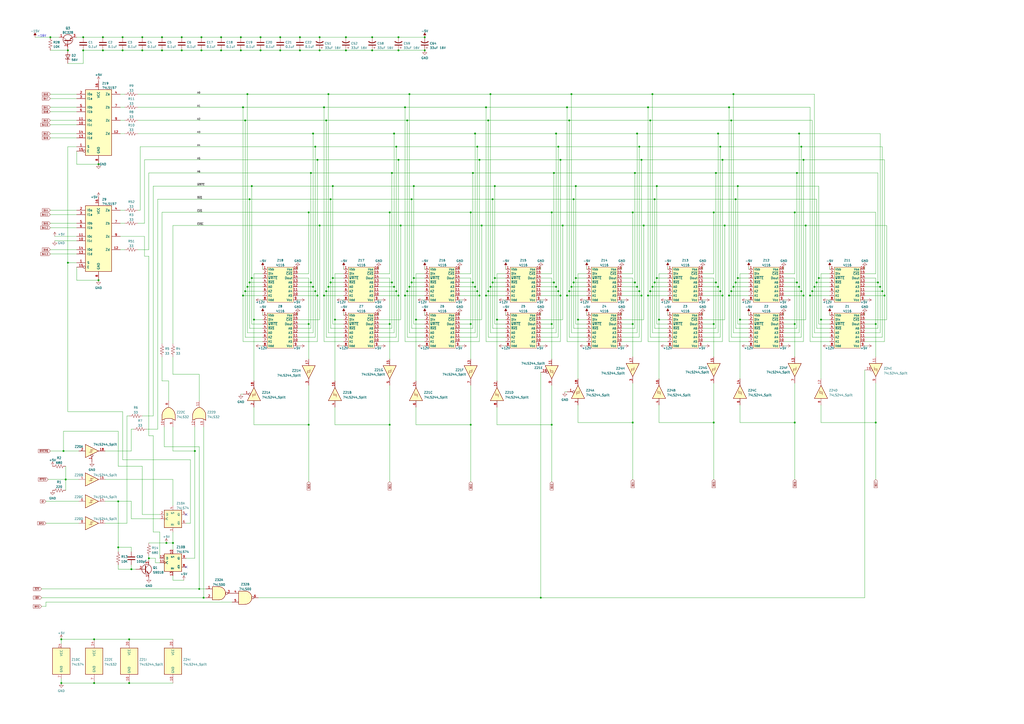
<source format=kicad_sch>
(kicad_sch (version 20211123) (generator eeschema)
  (paper "A2")
  (title_block (title "X-4020 Expander"))
  (lib_symbols
    (symbol "74xx:74LS00" (pin_names (offset 1.016))
      (property "Reference" "U" (at 0 1.27 0))
      (property "Value" "74LS00" (at 0 -1.27 0))
      (symbol "74LS00_1_1"
        (pin input line (at -7.62 2.54 0) (length 3.81) (name "~") (number "1"))
        (pin input line (at -7.62 -2.54 0) (length 3.81) (name "~") (number "2"))
        (pin output inverted (at 7.62 0 180) (length 3.81) (name "~") (number "3"))
      )
      (symbol "74LS00_1_2"
        (pin input inverted (at -7.62 2.54 0) (length 4.318) (name "~") (number "1"))
        (pin input inverted (at -7.62 -2.54 0) (length 4.318) (name "~") (number "2"))
        (pin output line (at 7.62 0 180) (length 3.81) (name "~") (number "3"))
      )
      (symbol "74LS00_2_1"
        (pin input line (at -7.62 2.54 0) (length 3.81) (name "~") (number "4"))
        (pin input line (at -7.62 -2.54 0) (length 3.81) (name "~") (number "5"))
        (pin output inverted (at 7.62 0 180) (length 3.81) (name "~") (number "6"))
      )
      (symbol "74LS00_2_2"
        (pin input inverted (at -7.62 2.54 0) (length 4.318) (name "~") (number "4"))
        (pin input inverted (at -7.62 -2.54 0) (length 4.318) (name "~") (number "5"))
        (pin output line (at 7.62 0 180) (length 3.81) (name "~") (number "6"))
      )
      (symbol "74LS00_3_1"
        (pin input line (at -7.62 -2.54 0) (length 3.81) (name "~") (number "10"))
        (pin output inverted (at 7.62 0 180) (length 3.81) (name "~") (number "8"))
        (pin input line (at -7.62 2.54 0) (length 3.81) (name "~") (number "9"))
      )
      (symbol "74LS00_3_2"
        (pin input inverted (at -7.62 -2.54 0) (length 4.318) (name "~") (number "10"))
        (pin output line (at 7.62 0 180) (length 3.81) (name "~") (number "8"))
        (pin input inverted (at -7.62 2.54 0) (length 4.318) (name "~") (number "9"))
      )
      (symbol "74LS00_4_1"
        (pin output inverted (at 7.62 0 180) (length 3.81) (name "~") (number "11"))
        (pin input line (at -7.62 2.54 0) (length 3.81) (name "~") (number "12"))
        (pin input line (at -7.62 -2.54 0) (length 3.81) (name "~") (number "13"))
      )
      (symbol "74LS00_4_2"
        (pin output line (at 7.62 0 180) (length 3.81) (name "~") (number "11"))
        (pin input inverted (at -7.62 2.54 0) (length 4.318) (name "~") (number "12"))
        (pin input inverted (at -7.62 -2.54 0) (length 4.318) (name "~") (number "13"))
      )
      (symbol "74LS00_5_0"
        (pin power_in line (at 0 12.7 270) (length 5.08) (name "VCC") (number "14"))
        (pin power_in line (at 0 -12.7 90) (length 5.08) (name "GND") (number "7"))
      )
    )
    (symbol "74xx:74LS157" (pin_names (offset 1.016))
      (property "Reference" "U" (at -7.62 19.05 0))
      (property "Value" "74LS157" (at -7.62 -21.59 0))
      (symbol "74LS157_1_0"
        (pin input line (at -12.7 -15.24 0) (length 5.08) (name "S") (number "1"))
        (pin input line (at -12.7 -2.54 0) (length 5.08) (name "I1c") (number "10"))
        (pin input line (at -12.7 0 0) (length 5.08) (name "I0c") (number "11"))
        (pin output line (at 12.7 -7.62 180) (length 5.08) (name "Zd") (number "12"))
        (pin input line (at -12.7 -10.16 0) (length 5.08) (name "I1d") (number "13"))
        (pin input line (at -12.7 -7.62 0) (length 5.08) (name "I0d") (number "14"))
        (pin input inverted (at -12.7 -17.78 0) (length 5.08) (name "E") (number "15"))
        (pin power_in line (at 0 22.86 270) (length 5.08) (name "VCC") (number "16"))
        (pin input line (at -12.7 15.24 0) (length 5.08) (name "I0a") (number "2"))
        (pin input line (at -12.7 12.7 0) (length 5.08) (name "I1a") (number "3"))
        (pin output line (at 12.7 15.24 180) (length 5.08) (name "Za") (number "4"))
        (pin input line (at -12.7 7.62 0) (length 5.08) (name "I0b") (number "5"))
        (pin input line (at -12.7 5.08 0) (length 5.08) (name "I1b") (number "6"))
        (pin output line (at 12.7 7.62 180) (length 5.08) (name "Zb") (number "7"))
        (pin power_in line (at 0 -25.4 90) (length 5.08) (name "GND") (number "8"))
        (pin output line (at 12.7 0 180) (length 5.08) (name "Zc") (number "9"))
      )
    )
    (symbol "74xx:74LS244_Split"
      (property "Reference" "U" (at 0 1.27 0))
      (property "Value" "74LS244_Split" (at 0 -1.27 0))
      (symbol "74LS244_Split_1_0"
        (pin input inverted (at 0 -6.35 90) (length 4.445) (name "~") (number "1"))
        (pin tri_state line (at 7.62 0 180) (length 3.81) (name "~") (number "18"))
        (pin input line (at -7.62 0 0) (length 3.81) (name "~") (number "2"))
      )
      (symbol "74LS244_Split_2_0"
        (pin tri_state line (at 7.62 0 180) (length 3.81) (name "~") (number "16"))
        (pin input line (at -7.62 0 0) (length 3.81) (name "~") (number "4"))
      )
      (symbol "74LS244_Split_3_0"
        (pin tri_state line (at 7.62 0 180) (length 3.81) (name "~") (number "14"))
        (pin input line (at -7.62 0 0) (length 3.81) (name "~") (number "6"))
      )
      (symbol "74LS244_Split_4_0"
        (pin tri_state line (at 7.62 0 180) (length 3.81) (name "~") (number "12"))
        (pin input line (at -7.62 0 0) (length 3.81) (name "~") (number "8"))
      )
      (symbol "74LS244_Split_5_0"
        (pin input line (at -7.62 0 0) (length 3.81) (name "~") (number "11"))
        (pin input inverted (at 0 -6.35 90) (length 4.445) (name "~") (number "19"))
        (pin tri_state line (at 7.62 0 180) (length 3.81) (name "~") (number "9"))
      )
      (symbol "74LS244_Split_6_0"
        (pin input line (at -7.62 0 0) (length 3.81) (name "~") (number "13"))
        (pin tri_state line (at 7.62 0 180) (length 3.81) (name "~") (number "7"))
      )
      (symbol "74LS244_Split_7_0"
        (pin input line (at -7.62 0 0) (length 3.81) (name "~") (number "15"))
        (pin tri_state line (at 7.62 0 180) (length 3.81) (name "~") (number "5"))
      )
      (symbol "74LS244_Split_8_0"
        (pin input line (at -7.62 0 0) (length 3.81) (name "~") (number "17"))
        (pin tri_state line (at 7.62 0 180) (length 3.81) (name "~") (number "3"))
      )
      (symbol "74LS244_Split_9_0"
        (pin power_in line (at 0 -12.7 90) (length 5.08) (name "GND") (number "10"))
        (pin power_in line (at 0 12.7 270) (length 5.08) (name "VCC") (number "20"))
      )
    )
    (symbol "74xx:74LS32" (pin_names (offset 1.016))
      (property "Reference" "U" (at 0 1.27 0))
      (property "Value" "74LS32" (at 0 -1.27 0))
      (symbol "74LS32_1_1"
        (pin input line (at -7.62 2.54 0) (length 4.318) (name "~") (number "1"))
        (pin input line (at -7.62 -2.54 0) (length 4.318) (name "~") (number "2"))
        (pin output line (at 7.62 0 180) (length 3.81) (name "~") (number "3"))
      )
      (symbol "74LS32_1_2"
        (pin input inverted (at -7.62 2.54 0) (length 3.81) (name "~") (number "1"))
        (pin input inverted (at -7.62 -2.54 0) (length 3.81) (name "~") (number "2"))
        (pin output inverted (at 7.62 0 180) (length 3.81) (name "~") (number "3"))
      )
      (symbol "74LS32_2_1"
        (pin input line (at -7.62 2.54 0) (length 4.318) (name "~") (number "4"))
        (pin input line (at -7.62 -2.54 0) (length 4.318) (name "~") (number "5"))
        (pin output line (at 7.62 0 180) (length 3.81) (name "~") (number "6"))
      )
      (symbol "74LS32_2_2"
        (pin input inverted (at -7.62 2.54 0) (length 3.81) (name "~") (number "4"))
        (pin input inverted (at -7.62 -2.54 0) (length 3.81) (name "~") (number "5"))
        (pin output inverted (at 7.62 0 180) (length 3.81) (name "~") (number "6"))
      )
      (symbol "74LS32_3_1"
        (pin input line (at -7.62 -2.54 0) (length 4.318) (name "~") (number "10"))
        (pin output line (at 7.62 0 180) (length 3.81) (name "~") (number "8"))
        (pin input line (at -7.62 2.54 0) (length 4.318) (name "~") (number "9"))
      )
      (symbol "74LS32_3_2"
        (pin input inverted (at -7.62 -2.54 0) (length 3.81) (name "~") (number "10"))
        (pin output inverted (at 7.62 0 180) (length 3.81) (name "~") (number "8"))
        (pin input inverted (at -7.62 2.54 0) (length 3.81) (name "~") (number "9"))
      )
      (symbol "74LS32_4_1"
        (pin output line (at 7.62 0 180) (length 3.81) (name "~") (number "11"))
        (pin input line (at -7.62 2.54 0) (length 4.318) (name "~") (number "12"))
        (pin input line (at -7.62 -2.54 0) (length 4.318) (name "~") (number "13"))
      )
      (symbol "74LS32_4_2"
        (pin output inverted (at 7.62 0 180) (length 3.81) (name "~") (number "11"))
        (pin input inverted (at -7.62 2.54 0) (length 3.81) (name "~") (number "12"))
        (pin input inverted (at -7.62 -2.54 0) (length 3.81) (name "~") (number "13"))
      )
      (symbol "74LS32_5_0"
        (pin power_in line (at 0 12.7 270) (length 5.08) (name "VCC") (number "14"))
        (pin power_in line (at 0 -12.7 90) (length 5.08) (name "GND") (number "7"))
      )
    )
    (symbol "74xx:74LS74" (pin_names (offset 1.016))
      (property "Reference" "U" (at -7.62 8.89 0))
      (property "Value" "74LS74" (at -7.62 -8.89 0))
      (symbol "74LS74_1_0"
        (pin input line (at 0 -7.62 90) (length 2.54) (name "~{R}") (number "1"))
        (pin input line (at -7.62 2.54 0) (length 2.54) (name "D") (number "2"))
        (pin input clock (at -7.62 0 0) (length 2.54) (name "C") (number "3"))
        (pin input line (at 0 7.62 270) (length 2.54) (name "~{S}") (number "4"))
        (pin output line (at 7.62 2.54 180) (length 2.54) (name "Q") (number "5"))
        (pin output line (at 7.62 -2.54 180) (length 2.54) (name "~{Q}") (number "6"))
      )
      (symbol "74LS74_2_0"
        (pin input line (at 0 7.62 270) (length 2.54) (name "~{S}") (number "10"))
        (pin input clock (at -7.62 0 0) (length 2.54) (name "C") (number "11"))
        (pin input line (at -7.62 2.54 0) (length 2.54) (name "D") (number "12"))
        (pin input line (at 0 -7.62 90) (length 2.54) (name "~{R}") (number "13"))
        (pin output line (at 7.62 -2.54 180) (length 2.54) (name "~{Q}") (number "8"))
        (pin output line (at 7.62 2.54 180) (length 2.54) (name "Q") (number "9"))
      )
      (symbol "74LS74_3_0"
        (pin power_in line (at 0 10.16 270) (length 2.54) (name "VCC") (number "14"))
        (pin power_in line (at 0 -10.16 90) (length 2.54) (name "GND") (number "7"))
      )
    )
    (symbol "Device:C" (pin_numbers hide) (pin_names (offset 0.254))
      (property "Reference" "C" (at 0.635 2.54 0))
      (property "Value" "C" (at 0.635 -2.54 0))
      (symbol "C_1_1"
        (pin passive line (at 0 3.81 270) (length 2.794) (name "~") (number "1"))
        (pin passive line (at 0 -3.81 90) (length 2.794) (name "~") (number "2"))
      )
    )
    (symbol "Device:C_Polarized_US" (pin_numbers hide) (pin_names (offset 0.254) hide)
      (property "Reference" "C" (at 0.635 2.54 0))
      (property "Value" "C_Polarized_US" (at 0.635 -2.54 0))
      (symbol "C_Polarized_US_1_1"
        (pin passive line (at 0 3.81 270) (length 2.794) (name "~") (number "1"))
        (pin passive line (at 0 -3.81 90) (length 3.302) (name "~") (number "2"))
      )
    )
    (symbol "Device:D_Zener" (pin_numbers hide) (pin_names (offset 1.016) hide)
      (property "Reference" "D" (at 0 2.54 0))
      (property "Value" "D_Zener" (at 0 -2.54 0))
      (symbol "D_Zener_1_1"
        (pin passive line (at -3.81 0 0) (length 2.54) (name "K") (number "1"))
        (pin passive line (at 3.81 0 180) (length 2.54) (name "A") (number "2"))
      )
    )
    (symbol "Device:R_US" (pin_numbers hide) (pin_names (offset 0))
      (property "Reference" "R" (at 2.54 0 90))
      (property "Value" "R_US" (at -2.54 0 90))
      (symbol "R_US_1_1"
        (pin passive line (at 0 3.81 270) (length 1.27) (name "~") (number "1"))
        (pin passive line (at 0 -3.81 90) (length 1.27) (name "~") (number "2"))
      )
    )
    (symbol "System80Parts_sym:4116"
      (property "Reference" "Z" (at 2.54 0 0))
      (property "Value" "4116" (at 3.81 -13.97 90))
      (symbol "4116_1_1"
        (pin power_in line (at -6.35 -2.54 0) (length 2.54) (name "Vbb") (number "1"))
        (pin input line (at 13.97 -17.78 180) (length 2.54) (name "A5") (number "10"))
        (pin input line (at 13.97 -15.24 180) (length 2.54) (name "A4") (number "11"))
        (pin input line (at 13.97 -12.7 180) (length 2.54) (name "A3") (number "12"))
        (pin input line (at 13.97 -10.16 180) (length 2.54) (name "A6") (number "13"))
        (pin output line (at 13.97 -7.62 180) (length 2.54) (name "Dout") (number "14"))
        (pin input line (at 13.97 -5.08 180) (length 2.54) (name "~{CAS}") (number "15"))
        (pin power_in line (at 13.97 -2.54 180) (length 2.54) (name "Vss") (number "16"))
        (pin input line (at -6.35 -5.08 0) (length 2.54) (name "Din") (number "2"))
        (pin input line (at -6.35 -7.62 0) (length 2.54) (name "~{WRITE}") (number "3"))
        (pin input line (at -6.35 -10.16 0) (length 2.54) (name "~{RAS}") (number "4"))
        (pin input line (at -6.35 -12.7 0) (length 2.54) (name "A0") (number "5"))
        (pin input line (at -6.35 -15.24 0) (length 2.54) (name "A2") (number "6"))
        (pin input line (at -6.35 -17.78 0) (length 2.54) (name "A1") (number "7"))
        (pin power_in line (at -6.35 -20.32 0) (length 2.54) (name "Vdd") (number "8"))
        (pin power_in line (at 13.97 -20.32 180) (length 2.54) (name "Vcc") (number "9"))
      )
    )
    (symbol "System80Parts_sym:S9018" (pin_names (offset 0) hide)
      (property "Reference" "Q" (at 5.08 1.905 0))
      (property "Value" "S9018" (at 5.08 0 0))
      (symbol "S9018_1_1"
        (pin passive line (at 2.54 -5.08 90) (length 2.54) (name "E") (number "1"))
        (pin passive line (at -5.08 0 0) (length 5.715) (name "B") (number "2"))
        (pin passive line (at 2.54 5.08 270) (length 2.54) (name "C") (number "3"))
      )
    )
    (symbol "Transistor_BJT:BC328" (pin_names (offset 0) hide)
      (property "Reference" "Q" (at 5.08 1.905 0))
      (property "Value" "BC328" (at 5.08 0 0))
      (symbol "BC328_1_1"
        (pin passive line (at 2.54 5.08 270) (length 2.54) (name "C") (number "1"))
        (pin input line (at -5.08 0 0) (length 5.715) (name "B") (number "2"))
        (pin passive line (at 2.54 -5.08 90) (length 2.54) (name "E") (number "3"))
      )
    )
    (symbol "power:+12V" (power) (pin_names (offset 0))
      (property "Value" "+12V" (at 0 3.556 0))
      (symbol "+12V_1_1"
        (pin power_in line (at 0 0 90) (length 0) hide (name "+12V") (number "1"))
      )
    )
    (symbol "power:+5V" (power) (pin_names (offset 0))
      (property "Value" "+5V" (at 0 3.556 0))
      (symbol "+5V_1_1"
        (pin power_in line (at 0 0 90) (length 0) hide (name "+5V") (number "1"))
      )
    )
    (symbol "power:-15V" (power) (pin_names (offset 0))
      (property "Value" "-15V" (at 0 3.81 0))
      (symbol "-15V_0_0"
        (pin power_in line (at 0 0 90) (length 0) hide (name "-15V") (number "1"))
      )
    )
    (symbol "power:-5V" (power) (pin_names (offset 0))
      (property "Value" "-5V" (at 0 3.81 0))
      (symbol "-5V_0_0"
        (pin power_in line (at 0 0 90) (length 0) hide (name "-5V") (number "1"))
      )
    )
    (symbol "power:GND" (power) (pin_names (offset 0))
      (property "Value" "GND" (at 0 -3.81 0))
      (symbol "GND_1_1"
        (pin power_in line (at 0 0 270) (length 0) hide (name "GND") (number "1"))
      )
    )
  )
  (junction (at 180.34 163.83))
  (junction (at 139.7 29.21))
  (junction (at 39.37 29.21))
  (junction (at 29.21 21.59))
  (junction (at 54.61 396.24))
  (junction (at 140.97 171.45))
  (junction (at 231.14 21.59))
  (junction (at 476.25 185.42))
  (junction (at 471.17 168.91))
  (junction (at 236.22 69.85))
  (junction (at 115.57 341.63))
  (junction (at 76.2 330.2))
  (junction (at 332.74 163.83))
  (junction (at 424.18 168.91))
  (junction (at 179.07 246.38))
  (junction (at 415.29 163.83))
  (junction (at 38.1 278.13))
  (junction (at 113.03 261.62))
  (junction (at 472.44 166.37))
  (junction (at 334.01 107.95))
  (junction (at 246.38 21.59))
  (junction (at 227.33 163.83))
  (junction (at 96.52 314.96))
  (junction (at 128.27 21.59))
  (junction (at 284.48 54.61))
  (junction (at 229.87 85.09))
  (junction (at 191.77 115.57))
  (junction (at 373.38 130.81))
  (junction (at 142.24 69.85))
  (junction (at 59.69 29.21))
  (junction (at 151.13 29.21))
  (junction (at 231.14 92.71))
  (junction (at 425.45 166.37))
  (junction (at 144.78 115.57))
  (junction (at 193.04 107.95))
  (junction (at 322.58 77.47))
  (junction (at 234.95 171.45))
  (junction (at 328.93 171.45))
  (junction (at 334.01 161.29))
  (junction (at 379.73 115.57))
  (junction (at 414.02 187.96))
  (junction (at 246.38 29.21))
  (junction (at 330.2 69.85))
  (junction (at 370.84 168.91))
  (junction (at 368.3 100.33))
  (junction (at 367.03 123.19))
  (junction (at 54.61 370.84))
  (junction (at 325.12 171.45))
  (junction (at 57.15 95.25))
  (junction (at 273.05 187.96))
  (junction (at 173.99 29.21))
  (junction (at 142.24 168.91))
  (junction (at 426.72 163.83))
  (junction (at 234.95 62.23))
  (junction (at 323.85 85.09))
  (junction (at 194.31 185.42))
  (junction (at 173.99 21.59))
  (junction (at 508 187.96))
  (junction (at 68.58 290.83))
  (junction (at 414.02 245.11))
  (junction (at 378.46 166.37))
  (junction (at 39.37 152.4))
  (junction (at 146.05 161.29))
  (junction (at 462.28 163.83))
  (junction (at 200.66 21.59))
  (junction (at 320.04 123.19))
  (junction (at 328.93 62.23))
  (junction (at 335.28 185.42))
  (junction (at 427.99 107.95))
  (junction (at 367.03 187.96))
  (junction (at 144.78 163.83))
  (junction (at 320.04 187.96))
  (junction (at 287.02 107.95))
  (junction (at 226.06 123.19))
  (junction (at 241.3 185.42))
  (junction (at 381 161.29))
  (junction (at 416.56 166.37))
  (junction (at 369.57 166.37))
  (junction (at 276.86 168.91))
  (junction (at 182.88 85.09))
  (junction (at 184.15 171.45))
  (junction (at 200.66 29.21))
  (junction (at 180.34 100.33))
  (junction (at 82.55 29.21))
  (junction (at 181.61 77.47))
  (junction (at 326.39 130.81))
  (junction (at 190.5 166.37))
  (junction (at 382.27 185.42))
  (junction (at 416.56 77.47))
  (junction (at 281.94 62.23))
  (junction (at 215.9 21.59))
  (junction (at 464.82 168.91))
  (junction (at 237.49 54.61))
  (junction (at 232.41 130.81))
  (junction (at 419.1 171.45))
  (junction (at 275.59 166.37))
  (junction (at 215.9 29.21))
  (junction (at 146.05 107.95))
  (junction (at 57.15 162.56))
  (junction (at 140.97 62.23))
  (junction (at 466.09 171.45))
  (junction (at 275.59 77.47))
  (junction (at 179.07 123.19))
  (junction (at 281.94 171.45))
  (junction (at 227.33 100.33))
  (junction (at 162.56 29.21))
  (junction (at 147.32 185.42))
  (junction (at 185.42 29.21))
  (junction (at 283.21 69.85))
  (junction (at 424.18 69.85))
  (junction (at 116.84 21.59))
  (junction (at 377.19 69.85))
  (junction (at 238.76 115.57))
  (junction (at 274.32 100.33))
  (junction (at 372.11 92.71))
  (junction (at 74.93 370.84))
  (junction (at 415.29 100.33))
  (junction (at 313.69 346.71))
  (junction (at 379.73 163.83))
  (junction (at 226.06 246.38))
  (junction (at 151.13 21.59))
  (junction (at 189.23 69.85))
  (junction (at 105.41 21.59))
  (junction (at 462.28 100.33))
  (junction (at 323.85 168.91))
  (junction (at 283.21 168.91))
  (junction (at 509.27 163.83))
  (junction (at 422.91 171.45))
  (junction (at 463.55 77.47))
  (junction (at 332.74 115.57))
  (junction (at 48.26 29.21))
  (junction (at 162.56 21.59))
  (junction (at 375.92 171.45))
  (junction (at 276.86 85.09))
  (junction (at 513.08 171.45))
  (junction (at 228.6 77.47))
  (junction (at 467.36 130.81))
  (junction (at 474.98 161.29))
  (junction (at 284.48 166.37))
  (junction (at 464.82 85.09))
  (junction (at 463.55 166.37))
  (junction (at 231.14 171.45))
  (junction (at 278.13 171.45))
  (junction (at 189.23 168.91))
  (junction (at 287.02 161.29))
  (junction (at 240.03 107.95))
  (junction (at 321.31 100.33))
  (junction (at 82.55 21.59))
  (junction (at 187.96 171.45))
  (junction (at 320.04 246.38))
  (junction (at 238.76 163.83))
  (junction (at 322.58 166.37))
  (junction (at 190.5 54.61))
  (junction (at 100.33 314.96))
  (junction (at 274.32 163.83))
  (junction (at 330.2 168.91))
  (junction (at 420.37 130.81))
  (junction (at 273.05 246.38))
  (junction (at 368.3 163.83))
  (junction (at 116.84 29.21))
  (junction (at 182.88 168.91))
  (junction (at 139.7 21.59))
  (junction (at 461.01 245.11))
  (junction (at 93.98 21.59))
  (junction (at 143.51 166.37))
  (junction (at 36.83 261.62))
  (junction (at 372.11 171.45))
  (junction (at 429.26 185.42))
  (junction (at 378.46 54.61))
  (junction (at 35.56 370.84))
  (junction (at 273.05 123.19))
  (junction (at 48.26 21.59))
  (junction (at 68.58 317.5))
  (junction (at 422.91 62.23))
  (junction (at 93.98 29.21))
  (junction (at 375.92 62.23))
  (junction (at 417.83 168.91))
  (junction (at 510.54 166.37))
  (junction (at 226.06 187.96))
  (junction (at 508 245.11))
  (junction (at 285.75 115.57))
  (junction (at 279.4 130.81))
  (junction (at 381 107.95))
  (junction (at 473.71 163.83))
  (junction (at 228.6 166.37))
  (junction (at 128.27 29.21))
  (junction (at 86.36 323.85))
  (junction (at 288.29 185.42))
  (junction (at 71.12 21.59))
  (junction (at 331.47 166.37))
  (junction (at 325.12 92.71))
  (junction (at 185.42 21.59))
  (junction (at 191.77 163.83))
  (junction (at 240.03 161.29))
  (junction (at 511.81 168.91))
  (junction (at 184.15 92.71))
  (junction (at 417.83 85.09))
  (junction (at 278.13 92.71))
  (junction (at 377.19 168.91))
  (junction (at 419.1 92.71))
  (junction (at 185.42 130.81))
  (junction (at 466.09 92.71))
  (junction (at 229.87 168.91))
  (junction (at 193.04 161.29))
  (junction (at 370.84 85.09))
  (junction (at 425.45 54.61))
  (junction (at 426.72 115.57))
  (junction (at 59.69 21.59))
  (junction (at 181.61 166.37))
  (junction (at 414.02 123.19))
  (junction (at 143.51 54.61))
  (junction (at 237.49 166.37))
  (junction (at 236.22 168.91))
  (junction (at 285.75 163.83))
  (junction (at 71.12 29.21))
  (junction (at 118.11 346.71))
  (junction (at 331.47 54.61))
  (junction (at 461.01 123.19))
  (junction (at 367.03 245.11))
  (junction (at 35.56 396.24))
  (junction (at 427.99 161.29))
  (junction (at 321.31 163.83))
  (junction (at 369.57 77.47))
  (junction (at 74.93 396.24))
  (junction (at 187.96 62.23))
  (junction (at 231.14 29.21))
  (junction (at 179.07 187.96))
  (junction (at 469.9 171.45))
  (junction (at 461.01 187.96))
  (junction (at 105.41 29.21))
  (no_connect (at 107.95 298.45))
  (no_connect (at 107.95 328.93))
  (wire (pts (xy 187.96 171.45) (xy 187.96 62.23)))
  (wire (pts (xy 476.25 185.42) (xy 481.33 185.42)))
  (wire (pts (xy 373.38 130.81) (xy 373.38 185.42)))
  (wire (pts (xy 274.32 163.83) (xy 274.32 100.33)))
  (wire (pts (xy 199.39 198.12) (xy 187.96 198.12)))
  (wire (pts (xy 29.21 121.92) (xy 44.45 121.92)))
  (wire (pts (xy 115.57 217.17) (xy 100.33 217.17)))
  (wire (pts (xy 100.33 396.24) (xy 74.93 396.24)))
  (wire (pts (xy 86.36 322.58) (xy 86.36 323.85)))
  (wire (pts (xy 266.7 193.04) (xy 275.59 193.04)))
  (wire (pts (xy 313.69 163.83) (xy 321.31 163.83)))
  (wire (pts (xy 76.2 317.5) (xy 68.58 317.5)))
  (wire (pts (xy 151.13 21.59) (xy 162.56 21.59)))
  (wire (pts (xy 284.48 193.04) (xy 284.48 166.37)))
  (wire (pts (xy 29.21 62.23) (xy 44.45 62.23)))
  (wire (pts (xy 419.1 198.12) (xy 407.67 198.12)))
  (wire (pts (xy 422.91 198.12) (xy 422.91 171.45)))
  (wire (pts (xy 508 187.96) (xy 508 207.01)))
  (wire (pts (xy 288.29 185.42) (xy 293.37 185.42)))
  (wire (pts (xy 240.03 187.96) (xy 240.03 161.29)))
  (wire (pts (xy 472.44 166.37) (xy 472.44 54.61)))
  (wire (pts (xy 100.33 314.96) (xy 100.33 318.77)))
  (wire (pts (xy 454.66 195.58) (xy 464.82 195.58)))
  (wire (pts (xy 426.72 190.5) (xy 434.34 190.5)))
  (wire (pts (xy 231.14 198.12) (xy 219.71 198.12)))
  (wire (pts (xy 173.99 29.21) (xy 185.42 29.21)))
  (wire (pts (xy 246.38 166.37) (xy 237.49 166.37)))
  (wire (pts (xy 29.21 80.01) (xy 44.45 80.01)))
  (wire (pts (xy 69.85 77.47) (xy 72.39 77.47)))
  (wire (pts (xy 501.65 187.96) (xy 508 187.96)))
  (wire (pts (xy 139.7 29.21) (xy 151.13 29.21)))
  (wire (pts (xy 454.66 154.94) (xy 454.66 156.21)))
  (wire (pts (xy 246.38 168.91) (xy 236.22 168.91)))
  (wire (pts (xy 427.99 187.96) (xy 427.99 161.29)))
  (wire (pts (xy 266.7 195.58) (xy 276.86 195.58)))
  (wire (pts (xy 313.69 195.58) (xy 323.85 195.58)))
  (wire (pts (xy 417.83 85.09) (xy 464.82 85.09)))
  (wire (pts (xy 86.36 323.85) (xy 90.17 323.85)))
  (wire (pts (xy 172.72 166.37) (xy 181.61 166.37)))
  (wire (pts (xy 466.09 171.45) (xy 466.09 92.71)))
  (wire (pts (xy 293.37 166.37) (xy 284.48 166.37)))
  (wire (pts (xy 199.39 181.61) (xy 199.39 182.88)))
  (wire (pts (xy 511.81 168.91) (xy 511.81 85.09)))
  (wire (pts (xy 180.34 100.33) (xy 227.33 100.33)))
  (wire (pts (xy 91.44 248.92) (xy 91.44 115.57)))
  (wire (pts (xy 190.5 193.04) (xy 190.5 166.37)))
  (wire (pts (xy 198.12 173.99) (xy 199.39 173.99)))
  (wire (pts (xy 29.21 69.85) (xy 44.45 69.85)))
  (wire (pts (xy 147.32 158.75) (xy 147.32 185.42)))
  (wire (pts (xy 38.1 278.13) (xy 38.1 284.48)))
  (wire (pts (xy 325.12 198.12) (xy 313.69 198.12)))
  (wire (pts (xy 151.13 173.99) (xy 152.4 173.99)))
  (wire (pts (xy 481.33 187.96) (xy 474.98 187.96)))
  (wire (pts (xy 293.37 181.61) (xy 293.37 182.88)))
  (wire (pts (xy 76.2 300.99) (xy 92.71 300.99)))
  (wire (pts (xy 140.97 171.45) (xy 140.97 62.23)))
  (wire (pts (xy 29.21 124.46) (xy 44.45 124.46)))
  (wire (pts (xy 434.34 163.83) (xy 426.72 163.83)))
  (wire (pts (xy 231.14 171.45) (xy 231.14 198.12)))
  (wire (pts (xy 471.17 195.58) (xy 471.17 168.91)))
  (wire (pts (xy 151.13 29.21) (xy 162.56 29.21)))
  (wire (pts (xy 474.98 161.29) (xy 474.98 107.95)))
  (wire (pts (xy 377.19 69.85) (xy 377.19 168.91)))
  (wire (pts (xy 266.7 161.29) (xy 273.05 161.29)))
  (wire (pts (xy 313.69 154.94) (xy 313.69 156.21)))
  (wire (pts (xy 281.94 171.45) (xy 281.94 62.23)))
  (wire (pts (xy 407.67 163.83) (xy 415.29 163.83)))
  (wire (pts (xy 481.33 154.94) (xy 481.33 156.21)))
  (wire (pts (xy 454.66 181.61) (xy 454.66 182.88)))
  (wire (pts (xy 339.09 173.99) (xy 340.36 173.99)))
  (wire (pts (xy 234.95 171.45) (xy 234.95 62.23)))
  (wire (pts (xy 476.25 158.75) (xy 476.25 185.42)))
  (wire (pts (xy 293.37 168.91) (xy 283.21 168.91)))
  (wire (pts (xy 246.38 193.04) (xy 237.49 193.04)))
  (wire (pts (xy 369.57 77.47) (xy 369.57 166.37)))
  (wire (pts (xy 463.55 77.47) (xy 510.54 77.47)))
  (wire (pts (xy 69.85 62.23) (xy 72.39 62.23)))
  (wire (pts (xy 332.74 163.83) (xy 332.74 115.57)))
  (wire (pts (xy 29.21 54.61) (xy 44.45 54.61)))
  (wire (pts (xy 434.34 198.12) (xy 422.91 198.12)))
  (wire (pts (xy 266.7 187.96) (xy 273.05 187.96)))
  (wire (pts (xy 407.67 154.94) (xy 407.67 156.21)))
  (wire (pts (xy 29.21 132.08) (xy 44.45 132.08)))
  (wire (pts (xy 184.15 171.45) (xy 184.15 198.12)))
  (wire (pts (xy 340.36 158.75) (xy 335.28 158.75)))
  (wire (pts (xy 266.7 166.37) (xy 275.59 166.37)))
  (wire (pts (xy 236.22 69.85) (xy 236.22 168.91)))
  (wire (pts (xy 320.04 187.96) (xy 320.04 208.28)))
  (wire (pts (xy 434.34 166.37) (xy 425.45 166.37)))
  (wire (pts (xy 219.71 154.94) (xy 219.71 156.21)))
  (wire (pts (xy 219.71 173.99) (xy 220.98 173.99)))
  (wire (pts (xy 360.68 181.61) (xy 360.68 182.88)))
  (wire (pts (xy 227.33 163.83) (xy 227.33 100.33)))
  (wire (pts (xy 320.04 223.52) (xy 320.04 246.38)))
  (wire (pts (xy 231.14 29.21) (xy 246.38 29.21)))
  (wire (pts (xy 266.7 190.5) (xy 274.32 190.5)))
  (wire (pts (xy 331.47 193.04) (xy 331.47 166.37)))
  (wire (pts (xy 367.03 245.11) (xy 367.03 278.13)))
  (wire (pts (xy 76.2 320.04) (xy 76.2 317.5)))
  (wire (pts (xy 185.42 21.59) (xy 200.66 21.59)))
  (wire (pts (xy 246.38 158.75) (xy 241.3 158.75)))
  (wire (pts (xy 266.7 158.75) (xy 273.05 158.75)))
  (wire (pts (xy 143.51 193.04) (xy 143.51 166.37)))
  (wire (pts (xy 82.55 298.45) (xy 82.55 270.51)))
  (wire (pts (xy 93.98 21.59) (xy 105.41 21.59)))
  (wire (pts (xy 36.83 261.62) (xy 45.72 261.62)))
  (wire (pts (xy 511.81 195.58) (xy 511.81 168.91)))
  (wire (pts (xy 481.33 158.75) (xy 476.25 158.75)))
  (wire (pts (xy 219.71 168.91) (xy 229.87 168.91)))
  (wire (pts (xy 369.57 77.47) (xy 416.56 77.47)))
  (wire (pts (xy 246.38 181.61) (xy 246.38 182.88)))
  (wire (pts (xy 245.11 173.99) (xy 246.38 173.99)))
  (wire (pts (xy 35.56 370.84) (xy 35.56 373.38)))
  (wire (pts (xy 69.85 69.85) (xy 72.39 69.85)))
  (wire (pts (xy 146.05 161.29) (xy 146.05 107.95)))
  (wire (pts (xy 415.29 100.33) (xy 462.28 100.33)))
  (wire (pts (xy 29.21 29.21) (xy 39.37 29.21)))
  (wire (pts (xy 416.56 77.47) (xy 416.56 166.37)))
  (wire (pts (xy 281.94 198.12) (xy 281.94 171.45)))
  (wire (pts (xy 407.67 193.04) (xy 416.56 193.04)))
  (wire (pts (xy 172.72 193.04) (xy 181.61 193.04)))
  (wire (pts (xy 321.31 100.33) (xy 368.3 100.33)))
  (wire (pts (xy 219.71 158.75) (xy 226.06 158.75)))
  (wire (pts (xy 340.36 163.83) (xy 332.74 163.83)))
  (wire (pts (xy 481.33 193.04) (xy 472.44 193.04)))
  (wire (pts (xy 461.01 187.96) (xy 461.01 207.01)))
  (wire (pts (xy 232.41 130.81) (xy 279.4 130.81)))
  (wire (pts (xy 275.59 193.04) (xy 275.59 166.37)))
  (wire (pts (xy 407.67 190.5) (xy 415.29 190.5)))
  (wire (pts (xy 179.07 161.29) (xy 179.07 187.96)))
  (wire (pts (xy 434.34 168.91) (xy 424.18 168.91)))
  (wire (pts (xy 326.39 130.81) (xy 373.38 130.81)))
  (wire (pts (xy 378.46 193.04) (xy 378.46 166.37)))
  (wire (pts (xy 474.98 187.96) (xy 474.98 161.29)))
  (wire (pts (xy 152.4 154.94) (xy 152.4 156.21)))
  (wire (pts (xy 146.05 107.95) (xy 193.04 107.95)))
  (wire (pts (xy 189.23 69.85) (xy 189.23 168.91)))
  (wire (pts (xy 237.49 166.37) (xy 237.49 54.61)))
  (wire (pts (xy 414.02 245.11) (xy 414.02 278.13)))
  (wire (pts (xy 360.68 193.04) (xy 369.57 193.04)))
  (wire (pts (xy 199.39 166.37) (xy 190.5 166.37)))
  (wire (pts (xy 407.67 161.29) (xy 414.02 161.29)))
  (wire (pts (xy 236.22 69.85) (xy 283.21 69.85)))
  (wire (pts (xy 425.45 193.04) (xy 425.45 166.37)))
  (wire (pts (xy 110.49 303.53) (xy 107.95 303.53)))
  (wire (pts (xy 360.68 185.42) (xy 373.38 185.42)))
  (wire (pts (xy 387.35 166.37) (xy 378.46 166.37)))
  (wire (pts (xy 82.55 270.51) (xy 68.58 270.51)))
  (wire (pts (xy 273.05 187.96) (xy 273.05 208.28)))
  (wire (pts (xy 68.58 317.5) (xy 68.58 320.04)))
  (wire (pts (xy 293.37 187.96) (xy 287.02 187.96)))
  (wire (pts (xy 283.21 69.85) (xy 283.21 168.91)))
  (wire (pts (xy 88.9 252.73) (xy 86.36 252.73)))
  (wire (pts (xy 228.6 193.04) (xy 228.6 166.37)))
  (wire (pts (xy 360.68 171.45) (xy 372.11 171.45)))
  (wire (pts (xy 368.3 100.33) (xy 415.29 100.33)))
  (wire (pts (xy 128.27 29.21) (xy 139.7 29.21)))
  (wire (pts (xy 241.3 185.42) (xy 246.38 185.42)))
  (wire (pts (xy 332.74 115.57) (xy 379.73 115.57)))
  (wire (pts (xy 340.36 166.37) (xy 331.47 166.37)))
  (wire (pts (xy 473.71 163.83) (xy 473.71 115.57)))
  (wire (pts (xy 162.56 29.21) (xy 173.99 29.21)))
  (wire (pts (xy 227.33 100.33) (xy 274.32 100.33)))
  (wire (pts (xy 481.33 171.45) (xy 469.9 171.45)))
  (wire (pts (xy 326.39 130.81) (xy 326.39 185.42)))
  (wire (pts (xy 97.79 220.98) (xy 93.98 220.98)))
  (wire (pts (xy 240.03 161.29) (xy 240.03 107.95)))
  (wire (pts (xy 284.48 166.37) (xy 284.48 54.61)))
  (wire (pts (xy 76.2 290.83) (xy 76.2 300.99)))
  (wire (pts (xy 370.84 85.09) (xy 417.83 85.09)))
  (wire (pts (xy 429.26 234.95) (xy 429.26 245.11)))
  (wire (pts (xy 407.67 171.45) (xy 419.1 171.45)))
  (wire (pts (xy 185.42 29.21) (xy 200.66 29.21)))
  (wire (pts (xy 115.57 232.41) (xy 115.57 217.17)))
  (wire (pts (xy 199.39 163.83) (xy 191.77 163.83)))
  (wire (pts (xy 370.84 195.58) (xy 370.84 168.91)))
  (wire (pts (xy 152.4 158.75) (xy 147.32 158.75)))
  (wire (pts (xy 179.07 223.52) (xy 179.07 246.38)))
  (wire (pts (xy 321.31 190.5) (xy 321.31 163.83)))
  (wire (pts (xy 60.96 278.13) (xy 100.33 278.13)))
  (wire (pts (xy 219.71 181.61) (xy 219.71 182.88)))
  (wire (pts (xy 59.69 21.59) (xy 71.12 21.59)))
  (wire (pts (xy 26.67 349.25) (xy 26.67 351.79)))
  (wire (pts (xy 386.08 200.66) (xy 387.35 200.66)))
  (wire (pts (xy 472.44 193.04) (xy 472.44 166.37)))
  (wire (pts (xy 44.45 95.25) (xy 44.45 87.63)))
  (wire (pts (xy 328.93 198.12) (xy 328.93 171.45)))
  (wire (pts (xy 246.38 163.83) (xy 238.76 163.83)))
  (wire (pts (xy 313.69 161.29) (xy 320.04 161.29)))
  (wire (pts (xy 334.01 161.29) (xy 334.01 107.95)))
  (wire (pts (xy 219.71 171.45) (xy 231.14 171.45)))
  (wire (pts (xy 375.92 62.23) (xy 422.91 62.23)))
  (wire (pts (xy 60.96 290.83) (xy 68.58 290.83)))
  (wire (pts (xy 293.37 158.75) (xy 288.29 158.75)))
  (wire (pts (xy 426.72 115.57) (xy 473.71 115.57)))
  (wire (pts (xy 179.07 246.38) (xy 147.32 246.38)))
  (wire (pts (xy 509.27 190.5) (xy 509.27 163.83)))
  (wire (pts (xy 417.83 195.58) (xy 417.83 168.91)))
  (wire (pts (xy 232.41 130.81) (xy 232.41 185.42)))
  (wire (pts (xy 420.37 130.81) (xy 420.37 185.42)))
  (wire (pts (xy 27.94 278.13) (xy 38.1 278.13)))
  (wire (pts (xy 463.55 193.04) (xy 463.55 166.37)))
  (wire (pts (xy 194.31 185.42) (xy 194.31 220.98)))
  (wire (pts (xy 434.34 161.29) (xy 427.99 161.29)))
  (wire (pts (xy 288.29 158.75) (xy 288.29 185.42)))
  (wire (pts (xy 116.84 21.59) (xy 128.27 21.59)))
  (wire (pts (xy 387.35 181.61) (xy 387.35 182.88)))
  (wire (pts (xy 246.38 198.12) (xy 234.95 198.12)))
  (wire (pts (xy 283.21 69.85) (xy 330.2 69.85)))
  (wire (pts (xy 68.58 290.83) (xy 76.2 290.83)))
  (wire (pts (xy 191.77 163.83) (xy 191.77 115.57)))
  (wire (pts (xy 113.03 261.62) (xy 100.33 261.62)))
  (wire (pts (xy 508 123.19) (xy 508 158.75)))
  (wire (pts (xy 340.36 171.45) (xy 328.93 171.45)))
  (wire (pts (xy 501.65 158.75) (xy 508 158.75)))
  (wire (pts (xy 285.75 163.83) (xy 285.75 190.5)))
  (wire (pts (xy 48.26 36.83) (xy 48.26 29.21)))
  (wire (pts (xy 323.85 85.09) (xy 370.84 85.09)))
  (wire (pts (xy 454.66 158.75) (xy 461.01 158.75)))
  (wire (pts (xy 387.35 193.04) (xy 378.46 193.04)))
  (wire (pts (xy 199.39 161.29) (xy 193.04 161.29)))
  (wire (pts (xy 142.24 69.85) (xy 189.23 69.85)))
  (wire (pts (xy 172.72 195.58) (xy 182.88 195.58)))
  (wire (pts (xy 414.02 222.25) (xy 414.02 245.11)))
  (wire (pts (xy 367.03 245.11) (xy 335.28 245.11)))
  (wire (pts (xy 331.47 166.37) (xy 331.47 54.61)))
  (wire (pts (xy 110.49 266.7) (xy 110.49 303.53)))
  (wire (pts (xy 481.33 195.58) (xy 471.17 195.58)))
  (wire (pts (xy 313.69 166.37) (xy 322.58 166.37)))
  (wire (pts (xy 29.21 72.39) (xy 44.45 72.39)))
  (wire (pts (xy 105.41 21.59) (xy 116.84 21.59)))
  (wire (pts (xy 313.69 346.71) (xy 501.65 346.71)))
  (wire (pts (xy 199.39 158.75) (xy 194.31 158.75)))
  (wire (pts (xy 501.65 190.5) (xy 509.27 190.5)))
  (wire (pts (xy 332.74 190.5) (xy 340.36 190.5)))
  (wire (pts (xy 100.33 314.96) (xy 100.33 308.61)))
  (wire (pts (xy 367.03 161.29) (xy 367.03 187.96)))
  (wire (pts (xy 377.19 69.85) (xy 424.18 69.85)))
  (wire (pts (xy 69.85 121.92) (xy 72.39 121.92)))
  (wire (pts (xy 29.21 57.15) (xy 44.45 57.15)))
  (wire (pts (xy 415.29 163.83) (xy 415.29 100.33)))
  (wire (pts (xy 273.05 123.19) (xy 273.05 158.75)))
  (wire (pts (xy 144.78 190.5) (xy 152.4 190.5)))
  (wire (pts (xy 142.24 69.85) (xy 142.24 168.91)))
  (wire (pts (xy 226.06 246.38) (xy 226.06 279.4)))
  (wire (pts (xy 181.61 77.47) (xy 181.61 166.37)))
  (wire (pts (xy 228.6 77.47) (xy 275.59 77.47)))
  (wire (pts (xy 241.3 236.22) (xy 241.3 246.38)))
  (wire (pts (xy 39.37 152.4) (xy 39.37 238.76)))
  (wire (pts (xy 427.99 161.29) (xy 427.99 107.95)))
  (wire (pts (xy 508 245.11) (xy 508 278.13)))
  (wire (pts (xy 76.2 330.2) (xy 78.74 330.2)))
  (wire (pts (xy 387.35 198.12) (xy 375.92 198.12)))
  (wire (pts (xy 481.33 166.37) (xy 472.44 166.37)))
  (wire (pts (xy 274.32 100.33) (xy 321.31 100.33)))
  (wire (pts (xy 466.09 171.45) (xy 466.09 198.12)))
  (wire (pts (xy 476.25 234.95) (xy 476.25 245.11)))
  (wire (pts (xy 44.45 162.56) (xy 44.45 154.94)))
  (wire (pts (xy 182.88 195.58) (xy 182.88 168.91)))
  (wire (pts (xy 501.65 171.45) (xy 513.08 171.45)))
  (wire (pts (xy 407.67 181.61) (xy 407.67 182.88)))
  (wire (pts (xy 36.83 250.19) (xy 36.83 261.62)))
  (wire (pts (xy 173.99 21.59) (xy 185.42 21.59)))
  (wire (pts (xy 199.39 171.45) (xy 187.96 171.45)))
  (wire (pts (xy 191.77 115.57) (xy 238.76 115.57)))
  (wire (pts (xy 325.12 171.45) (xy 325.12 198.12)))
  (wire (pts (xy 152.4 168.91) (xy 142.24 168.91)))
  (wire (pts (xy 501.65 346.71) (xy 501.65 214.63)))
  (wire (pts (xy 275.59 77.47) (xy 322.58 77.47)))
  (wire (pts (xy 335.28 185.42) (xy 335.28 219.71)))
  (wire (pts (xy 340.36 181.61) (xy 340.36 182.88)))
  (wire (pts (xy 215.9 21.59) (xy 231.14 21.59)))
  (wire (pts (xy 462.28 190.5) (xy 462.28 163.83)))
  (wire (pts (xy 454.66 187.96) (xy 461.01 187.96)))
  (wire (pts (xy 100.33 261.62) (xy 100.33 247.65)))
  (wire (pts (xy 184.15 198.12) (xy 172.72 198.12)))
  (wire (pts (xy 93.98 220.98) (xy 93.98 207.01)))
  (wire (pts (xy 407.67 168.91) (xy 417.83 168.91)))
  (wire (pts (xy 278.13 171.45) (xy 278.13 92.71)))
  (wire (pts (xy 246.38 161.29) (xy 240.03 161.29)))
  (wire (pts (xy 266.7 173.99) (xy 267.97 173.99)))
  (wire (pts (xy 181.61 193.04) (xy 181.61 166.37)))
  (wire (pts (xy 476.25 185.42) (xy 476.25 219.71)))
  (wire (pts (xy 113.03 323.85) (xy 113.03 261.62)))
  (wire (pts (xy 422.91 171.45) (xy 422.91 62.23)))
  (wire (pts (xy 332.74 163.83) (xy 332.74 190.5)))
  (wire (pts (xy 219.71 185.42) (xy 232.41 185.42)))
  (wire (pts (xy 152.4 181.61) (xy 152.4 182.88)))
  (wire (pts (xy 461.01 222.25) (xy 461.01 245.11)))
  (wire (pts (xy 335.28 245.11) (xy 335.28 234.95)))
  (wire (pts (xy 193.04 187.96) (xy 193.04 161.29)))
  (wire (pts (xy 219.71 200.66) (xy 220.98 200.66)))
  (wire (pts (xy 387.35 163.83) (xy 379.73 163.83)))
  (wire (pts (xy 144.78 163.83) (xy 144.78 115.57)))
  (wire (pts (xy 199.39 154.94) (xy 199.39 156.21)))
  (wire (pts (xy 501.65 163.83) (xy 509.27 163.83)))
  (wire (pts (xy 415.29 190.5) (xy 415.29 163.83)))
  (wire (pts (xy 29.21 129.54) (xy 44.45 129.54)))
  (wire (pts (xy 276.86 168.91) (xy 276.86 85.09)))
  (wire (pts (xy 513.08 171.45) (xy 513.08 198.12)))
  (wire (pts (xy 68.58 250.19) (xy 36.83 250.19)))
  (wire (pts (xy 241.3 158.75) (xy 241.3 185.42)))
  (wire (pts (xy 228.6 77.47) (xy 228.6 166.37)))
  (wire (pts (xy 238.76 163.83) (xy 238.76 115.57)))
  (wire (pts (xy 464.82 168.91) (xy 464.82 85.09)))
  (wire (pts (xy 278.13 92.71) (xy 325.12 92.71)))
  (wire (pts (xy 91.44 115.57) (xy 144.78 115.57)))
  (wire (pts (xy 199.39 193.04) (xy 190.5 193.04)))
  (wire (pts (xy 246.38 171.45) (xy 234.95 171.45)))
  (wire (pts (xy 501.65 154.94) (xy 501.65 156.21)))
  (wire (pts (xy 57.15 95.25) (xy 44.45 95.25)))
  (wire (pts (xy 185.42 130.81) (xy 232.41 130.81)))
  (wire (pts (xy 44.45 21.59) (xy 48.26 21.59)))
  (wire (pts (xy 501.65 161.29) (xy 508 161.29)))
  (wire (pts (xy 116.84 29.21) (xy 128.27 29.21)))
  (wire (pts (xy 461.01 123.19) (xy 461.01 158.75)))
  (wire (pts (xy 367.03 123.19) (xy 367.03 158.75)))
  (wire (pts (xy 92.71 308.61) (xy 88.9 308.61)))
  (wire (pts (xy 340.36 154.94) (xy 340.36 156.21)))
  (wire (pts (xy 100.33 217.17) (xy 100.33 207.01)))
  (wire (pts (xy 407.67 166.37) (xy 416.56 166.37)))
  (wire (pts (xy 274.32 190.5) (xy 274.32 163.83)))
  (wire (pts (xy 419.1 171.45) (xy 419.1 198.12)))
  (wire (pts (xy 92.71 298.45) (xy 82.55 298.45)))
  (wire (pts (xy 215.9 29.21) (xy 231.14 29.21)))
  (wire (pts (xy 473.71 163.83) (xy 473.71 190.5)))
  (wire (pts (xy 86.36 323.85) (xy 86.36 325.12)))
  (wire (pts (xy 508 222.25) (xy 508 245.11)))
  (wire (pts (xy 60.96 261.62) (xy 76.2 261.62)))
  (wire (pts (xy 29.21 144.78) (xy 44.45 144.78)))
  (wire (pts (xy 367.03 187.96) (xy 367.03 207.01)))
  (wire (pts (xy 100.33 370.84) (xy 74.93 370.84)))
  (wire (pts (xy 88.9 107.95) (xy 88.9 241.3)))
  (wire (pts (xy 113.03 247.65) (xy 113.03 261.62)))
  (wire (pts (xy 480.06 200.66) (xy 481.33 200.66)))
  (wire (pts (xy 323.85 168.91) (xy 323.85 85.09)))
  (wire (pts (xy 71.12 21.59) (xy 82.55 21.59)))
  (wire (pts (xy 134.62 349.25) (xy 26.67 349.25)))
  (wire (pts (xy 172.72 173.99) (xy 173.99 173.99)))
  (wire (pts (xy 29.21 64.77) (xy 44.45 64.77)))
  (wire (pts (xy 469.9 171.45) (xy 469.9 62.23)))
  (wire (pts (xy 69.85 144.78) (xy 72.39 144.78)))
  (wire (pts (xy 320.04 123.19) (xy 320.04 158.75)))
  (wire (pts (xy 360.68 168.91) (xy 370.84 168.91)))
  (wire (pts (xy 219.71 195.58) (xy 229.87 195.58)))
  (wire (pts (xy 219.71 190.5) (xy 227.33 190.5)))
  (wire (pts (xy 382.27 185.42) (xy 387.35 185.42)))
  (wire (pts (xy 194.31 185.42) (xy 199.39 185.42)))
  (wire (pts (xy 227.33 190.5) (xy 227.33 163.83)))
  (wire (pts (xy 245.11 200.66) (xy 246.38 200.66)))
  (wire (pts (xy 387.35 168.91) (xy 377.19 168.91)))
  (wire (pts (xy 238.76 163.83) (xy 238.76 190.5)))
  (wire (pts (xy 335.28 158.75) (xy 335.28 185.42)))
  (wire (pts (xy 513.08 198.12) (xy 501.65 198.12)))
  (wire (pts (xy 276.86 85.09) (xy 323.85 85.09)))
  (wire (pts (xy 152.4 195.58) (xy 142.24 195.58)))
  (wire (pts (xy 340.36 195.58) (xy 330.2 195.58)))
  (wire (pts (xy 83.82 148.59) (xy 86.36 148.59)))
  (wire (pts (xy 407.67 173.99) (xy 408.94 173.99)))
  (wire (pts (xy 60.96 303.53) (xy 73.66 303.53)))
  (wire (pts (xy 279.4 130.81) (xy 326.39 130.81)))
  (wire (pts (xy 273.05 161.29) (xy 273.05 187.96)))
  (wire (pts (xy 288.29 246.38) (xy 320.04 246.38)))
  (wire (pts (xy 234.95 62.23) (xy 281.94 62.23)))
  (wire (pts (xy 152.4 198.12) (xy 140.97 198.12)))
  (wire (pts (xy 115.57 341.63) (xy 119.38 341.63)))
  (wire (pts (xy 501.65 193.04) (xy 510.54 193.04)))
  (wire (pts (xy 172.72 187.96) (xy 179.07 187.96)))
  (wire (pts (xy 320.04 246.38) (xy 320.04 279.4)))
  (wire (pts (xy 313.69 193.04) (xy 322.58 193.04)))
  (wire (pts (xy 387.35 158.75) (xy 382.27 158.75)))
  (wire (pts (xy 139.7 228.6) (xy 140.97 228.6)))
  (wire (pts (xy 327.66 227.33) (xy 328.93 227.33)))
  (wire (pts (xy 416.56 193.04) (xy 416.56 166.37)))
  (wire (pts (xy 454.66 171.45) (xy 466.09 171.45)))
  (wire (pts (xy 513.08 171.45) (xy 513.08 92.71)))
  (wire (pts (xy 325.12 92.71) (xy 372.11 92.71)))
  (wire (pts (xy 454.66 166.37) (xy 463.55 166.37)))
  (wire (pts (xy 313.69 158.75) (xy 320.04 158.75)))
  (wire (pts (xy 416.56 77.47) (xy 463.55 77.47)))
  (wire (pts (xy 182.88 85.09) (xy 229.87 85.09)))
  (wire (pts (xy 179.07 187.96) (xy 179.07 208.28)))
  (wire (pts (xy 71.12 266.7) (xy 110.49 266.7)))
  (wire (pts (xy 172.72 161.29) (xy 179.07 161.29)))
  (wire (pts (xy 427.99 107.95) (xy 474.98 107.95)))
  (wire (pts (xy 266.7 168.91) (xy 276.86 168.91)))
  (wire (pts (xy 68.58 270.51) (xy 68.58 250.19)))
  (wire (pts (xy 367.03 222.25) (xy 367.03 245.11)))
  (wire (pts (xy 387.35 171.45) (xy 375.92 171.45)))
  (wire (pts (xy 322.58 77.47) (xy 369.57 77.47)))
  (wire (pts (xy 313.69 190.5) (xy 321.31 190.5)))
  (wire (pts (xy 276.86 195.58) (xy 276.86 168.91)))
  (wire (pts (xy 462.28 163.83) (xy 462.28 100.33)))
  (wire (pts (xy 71.12 238.76) (xy 71.12 266.7)))
  (wire (pts (xy 464.82 195.58) (xy 464.82 168.91)))
  (wire (pts (xy 313.69 185.42) (xy 326.39 185.42)))
  (wire (pts (xy 172.72 163.83) (xy 180.34 163.83)))
  (wire (pts (xy 285.75 190.5) (xy 293.37 190.5)))
  (wire (pts (xy 241.3 246.38) (xy 273.05 246.38)))
  (wire (pts (xy 190.5 166.37) (xy 190.5 54.61)))
  (wire (pts (xy 29.21 147.32) (xy 44.45 147.32)))
  (wire (pts (xy 266.7 163.83) (xy 274.32 163.83)))
  (wire (pts (xy 360.68 200.66) (xy 361.95 200.66)))
  (wire (pts (xy 420.37 130.81) (xy 467.36 130.81)))
  (wire (pts (xy 179.07 123.19) (xy 226.06 123.19)))
  (wire (pts (xy 367.03 123.19) (xy 414.02 123.19)))
  (wire (pts (xy 461.01 245.11) (xy 461.01 278.13)))
  (wire (pts (xy 334.01 187.96) (xy 334.01 161.29)))
  (wire (pts (xy 481.33 198.12) (xy 469.9 198.12)))
  (wire (pts (xy 68.58 330.2) (xy 76.2 330.2)))
  (wire (pts (xy 313.69 187.96) (xy 320.04 187.96)))
  (wire (pts (xy 322.58 77.47) (xy 322.58 166.37)))
  (wire (pts (xy 38.1 270.51) (xy 38.1 278.13)))
  (wire (pts (xy 381 187.96) (xy 381 161.29)))
  (wire (pts (xy 147.32 185.42) (xy 152.4 185.42)))
  (wire (pts (xy 313.69 215.9) (xy 313.69 346.71)))
  (wire (pts (xy 414.02 123.19) (xy 414.02 158.75)))
  (wire (pts (xy 80.01 121.92) (xy 81.28 121.92)))
  (wire (pts (xy 100.33 336.55) (xy 106.68 336.55)))
  (wire (pts (xy 26.67 290.83) (xy 45.72 290.83)))
  (wire (pts (xy 360.68 190.5) (xy 368.3 190.5)))
  (wire (pts (xy 140.97 62.23) (xy 187.96 62.23)))
  (wire (pts (xy 226.06 123.19) (xy 226.06 158.75)))
  (wire (pts (xy 466.09 198.12) (xy 454.66 198.12)))
  (wire (pts (xy 194.31 246.38) (xy 226.06 246.38)))
  (wire (pts (xy 231.14 92.71) (xy 278.13 92.71)))
  (wire (pts (xy 82.55 29.21) (xy 93.98 29.21)))
  (wire (pts (xy 38.1 278.13) (xy 45.72 278.13)))
  (wire (pts (xy 372.11 171.45) (xy 372.11 92.71)))
  (wire (pts (xy 510.54 193.04) (xy 510.54 166.37)))
  (wire (pts (xy 469.9 198.12) (xy 469.9 171.45)))
  (wire (pts (xy 172.72 200.66) (xy 173.99 200.66)))
  (wire (pts (xy 377.19 195.58) (xy 377.19 168.91)))
  (wire (pts (xy 172.72 185.42) (xy 185.42 185.42)))
  (wire (pts (xy 83.82 129.54) (xy 83.82 92.71)))
  (wire (pts (xy 293.37 154.94) (xy 293.37 156.21)))
  (wire (pts (xy 407.67 200.66) (xy 408.94 200.66)))
  (wire (pts (xy 80.01 77.47) (xy 181.61 77.47)))
  (wire (pts (xy 92.71 323.85) (xy 92.71 308.61)))
  (wire (pts (xy 115.57 259.08) (xy 115.57 341.63)))
  (wire (pts (xy 288.29 236.22) (xy 288.29 246.38)))
  (wire (pts (xy 407.67 187.96) (xy 414.02 187.96)))
  (wire (pts (xy 140.97 198.12) (xy 140.97 171.45)))
  (wire (pts (xy 287.02 187.96) (xy 287.02 161.29)))
  (wire (pts (xy 467.36 130.81) (xy 514.35 130.81)))
  (wire (pts (xy 149.86 346.71) (xy 313.69 346.71)))
  (wire (pts (xy 76.2 248.92) (xy 77.47 248.92)))
  (wire (pts (xy 240.03 107.95) (xy 287.02 107.95)))
  (wire (pts (xy 340.36 161.29) (xy 334.01 161.29)))
  (wire (pts (xy 481.33 161.29) (xy 474.98 161.29)))
  (wire (pts (xy 424.18 195.58) (xy 424.18 168.91)))
  (wire (pts (xy 266.7 185.42) (xy 279.4 185.42)))
  (wire (pts (xy 473.71 190.5) (xy 481.33 190.5)))
  (wire (pts (xy 118.11 247.65) (xy 118.11 346.71)))
  (wire (pts (xy 68.58 327.66) (xy 68.58 330.2)))
  (wire (pts (xy 325.12 171.45) (xy 325.12 92.71)))
  (wire (pts (xy 59.69 29.21) (xy 71.12 29.21)))
  (wire (pts (xy 386.08 173.99) (xy 387.35 173.99)))
  (wire (pts (xy 372.11 171.45) (xy 372.11 198.12)))
  (wire (pts (xy 39.37 36.83) (xy 48.26 36.83)))
  (wire (pts (xy 194.31 158.75) (xy 194.31 185.42)))
  (wire (pts (xy 39.37 85.09) (xy 39.37 152.4)))
  (wire (pts (xy 88.9 308.61) (xy 88.9 252.73)))
  (wire (pts (xy 184.15 171.45) (xy 184.15 92.71)))
  (wire (pts (xy 463.55 77.47) (xy 463.55 166.37)))
  (wire (pts (xy 313.69 173.99) (xy 314.96 173.99)))
  (wire (pts (xy 219.71 166.37) (xy 228.6 166.37)))
  (wire (pts (xy 454.66 200.66) (xy 455.93 200.66)))
  (wire (pts (xy 334.01 107.95) (xy 381 107.95)))
  (wire (pts (xy 219.71 193.04) (xy 228.6 193.04)))
  (wire (pts (xy 238.76 190.5) (xy 246.38 190.5)))
  (wire (pts (xy 360.68 161.29) (xy 367.03 161.29)))
  (wire (pts (xy 68.58 290.83) (xy 68.58 317.5)))
  (wire (pts (xy 417.83 168.91) (xy 417.83 85.09)))
  (wire (pts (xy 509.27 163.83) (xy 509.27 100.33)))
  (wire (pts (xy 80.01 129.54) (xy 83.82 129.54)))
  (wire (pts (xy 100.33 130.81) (xy 100.33 199.39)))
  (wire (pts (xy 187.96 198.12) (xy 187.96 171.45)))
  (wire (pts (xy 82.55 21.59) (xy 93.98 21.59)))
  (wire (pts (xy 191.77 190.5) (xy 199.39 190.5)))
  (wire (pts (xy 229.87 168.91) (xy 229.87 85.09)))
  (wire (pts (xy 381 161.29) (xy 381 107.95)))
  (wire (pts (xy 90.17 323.85) (xy 90.17 326.39)))
  (wire (pts (xy 382.27 158.75) (xy 382.27 185.42)))
  (wire (pts (xy 407.67 185.42) (xy 420.37 185.42)))
  (wire (pts (xy 379.73 190.5) (xy 387.35 190.5)))
  (wire (pts (xy 100.33 278.13) (xy 100.33 293.37)))
  (wire (pts (xy 372.11 198.12) (xy 360.68 198.12)))
  (wire (pts (xy 100.33 334.01) (xy 100.33 336.55)))
  (wire (pts (xy 152.4 161.29) (xy 146.05 161.29)))
  (wire (pts (xy 172.72 154.94) (xy 172.72 156.21)))
  (wire (pts (xy 339.09 200.66) (xy 340.36 200.66)))
  (wire (pts (xy 193.04 161.29) (xy 193.04 107.95)))
  (wire (pts (xy 86.36 252.73) (xy 86.36 148.59)))
  (wire (pts (xy 279.4 130.81) (xy 279.4 185.42)))
  (wire (pts (xy 467.36 130.81) (xy 467.36 185.42)))
  (wire (pts (xy 387.35 161.29) (xy 381 161.29)))
  (wire (pts (xy 360.68 163.83) (xy 368.3 163.83)))
  (wire (pts (xy 480.06 173.99) (xy 481.33 173.99)))
  (wire (pts (xy 382.27 245.11) (xy 414.02 245.11)))
  (wire (pts (xy 340.36 193.04) (xy 331.47 193.04)))
  (wire (pts (xy 454.66 163.83) (xy 462.28 163.83)))
  (wire (pts (xy 172.72 190.5) (xy 180.34 190.5)))
  (wire (pts (xy 81.28 85.09) (xy 182.88 85.09)))
  (wire (pts (xy 293.37 193.04) (xy 284.48 193.04)))
  (wire (pts (xy 219.71 163.83) (xy 227.33 163.83)))
  (wire (pts (xy 143.51 54.61) (xy 190.5 54.61)))
  (wire (pts (xy 172.72 158.75) (xy 179.07 158.75)))
  (wire (pts (xy 76.2 327.66) (xy 76.2 330.2)))
  (wire (pts (xy 273.05 246.38) (xy 273.05 279.4)))
  (wire (pts (xy 182.88 168.91) (xy 182.88 85.09)))
  (wire (pts (xy 152.4 187.96) (xy 146.05 187.96)))
  (wire (pts (xy 429.26 185.42) (xy 434.34 185.42)))
  (wire (pts (xy 501.65 200.66) (xy 502.92 200.66)))
  (wire (pts (xy 187.96 62.23) (xy 234.95 62.23)))
  (wire (pts (xy 379.73 163.83) (xy 379.73 115.57)))
  (wire (pts (xy 285.75 115.57) (xy 332.74 115.57)))
  (wire (pts (xy 96.52 314.96) (xy 100.33 314.96)))
  (wire (pts (xy 378.46 54.61) (xy 425.45 54.61)))
  (wire (pts (xy 219.71 161.29) (xy 226.06 161.29)))
  (wire (pts (xy 278.13 171.45) (xy 278.13 198.12)))
  (wire (pts (xy 246.38 154.94) (xy 246.38 156.21)))
  (wire (pts (xy 266.7 154.94) (xy 266.7 156.21)))
  (wire (pts (xy 514.35 130.81) (xy 514.35 185.42)))
  (wire (pts (xy 429.26 245.11) (xy 461.01 245.11)))
  (wire (pts (xy 226.06 161.29) (xy 226.06 187.96)))
  (wire (pts (xy 48.26 29.21) (xy 59.69 29.21)))
  (wire (pts (xy 143.51 166.37) (xy 143.51 54.61)))
  (wire (pts (xy 335.28 185.42) (xy 340.36 185.42)))
  (wire (pts (xy 85.09 248.92) (xy 91.44 248.92)))
  (wire (pts (xy 200.66 21.59) (xy 215.9 21.59)))
  (wire (pts (xy 330.2 195.58) (xy 330.2 168.91)))
  (wire (pts (xy 118.11 346.71) (xy 119.38 346.71)))
  (wire (pts (xy 462.28 100.33) (xy 509.27 100.33)))
  (wire (pts (xy 287.02 107.95) (xy 334.01 107.95)))
  (wire (pts (xy 454.66 190.5) (xy 462.28 190.5)))
  (wire (pts (xy 74.93 396.24) (xy 54.61 396.24)))
  (wire (pts (xy 90.17 326.39) (xy 92.71 326.39)))
  (wire (pts (xy 369.57 193.04) (xy 369.57 166.37)))
  (wire (pts (xy 107.95 323.85) (xy 113.03 323.85)))
  (wire (pts (xy 331.47 54.61) (xy 378.46 54.61)))
  (wire (pts (xy 80.01 144.78) (xy 86.36 144.78)))
  (wire (pts (xy 330.2 69.85) (xy 377.19 69.85)))
  (wire (pts (xy 375.92 198.12) (xy 375.92 171.45)))
  (wire (pts (xy 414.02 123.19) (xy 461.01 123.19)))
  (wire (pts (xy 414.02 161.29) (xy 414.02 187.96)))
  (wire (pts (xy 481.33 168.91) (xy 471.17 168.91)))
  (wire (pts (xy 193.04 107.95) (xy 240.03 107.95)))
  (wire (pts (xy 313.69 200.66) (xy 314.96 200.66)))
  (wire (pts (xy 31.75 139.7) (xy 44.45 139.7)))
  (wire (pts (xy 379.73 115.57) (xy 426.72 115.57)))
  (wire (pts (xy 144.78 115.57) (xy 191.77 115.57)))
  (wire (pts (xy 74.93 370.84) (xy 54.61 370.84)))
  (wire (pts (xy 180.34 190.5) (xy 180.34 163.83)))
  (wire (pts (xy 426.72 163.83) (xy 426.72 115.57)))
  (wire (pts (xy 425.45 166.37) (xy 425.45 54.61)))
  (wire (pts (xy 73.66 241.3) (xy 74.93 241.3)))
  (wire (pts (xy 461.01 123.19) (xy 508 123.19)))
  (wire (pts (xy 292.1 173.99) (xy 293.37 173.99)))
  (wire (pts (xy 151.13 200.66) (xy 152.4 200.66)))
  (wire (pts (xy 360.68 158.75) (xy 367.03 158.75)))
  (wire (pts (xy 199.39 168.91) (xy 189.23 168.91)))
  (wire (pts (xy 424.18 69.85) (xy 424.18 168.91)))
  (wire (pts (xy 71.12 29.21) (xy 82.55 29.21)))
  (wire (pts (xy 185.42 130.81) (xy 185.42 185.42)))
  (wire (pts (xy 24.13 351.79) (xy 26.67 351.79)))
  (wire (pts (xy 266.7 181.61) (xy 266.7 182.88)))
  (wire (pts (xy 200.66 29.21) (xy 215.9 29.21)))
  (wire (pts (xy 88.9 107.95) (xy 146.05 107.95)))
  (wire (pts (xy 360.68 173.99) (xy 361.95 173.99)))
  (wire (pts (xy 454.66 161.29) (xy 461.01 161.29)))
  (wire (pts (xy 419.1 92.71) (xy 466.09 92.71)))
  (wire (pts (xy 241.3 185.42) (xy 241.3 220.98)))
  (wire (pts (xy 246.38 195.58) (xy 236.22 195.58)))
  (wire (pts (xy 147.32 246.38) (xy 147.32 236.22)))
  (wire (pts (xy 368.3 190.5) (xy 368.3 163.83)))
  (wire (pts (xy 387.35 154.94) (xy 387.35 156.21)))
  (wire (pts (xy 172.72 181.61) (xy 172.72 182.88)))
  (wire (pts (xy 387.35 187.96) (xy 381 187.96)))
  (wire (pts (xy 373.38 130.81) (xy 420.37 130.81)))
  (wire (pts (xy 481.33 181.61) (xy 481.33 182.88)))
  (wire (pts (xy 370.84 168.91) (xy 370.84 85.09)))
  (wire (pts (xy 229.87 85.09) (xy 276.86 85.09)))
  (wire (pts (xy 229.87 195.58) (xy 229.87 168.91)))
  (wire (pts (xy 293.37 198.12) (xy 281.94 198.12)))
  (wire (pts (xy 189.23 195.58) (xy 189.23 168.91)))
  (wire (pts (xy 293.37 195.58) (xy 283.21 195.58)))
  (wire (pts (xy 328.93 62.23) (xy 375.92 62.23)))
  (wire (pts (xy 105.41 29.21) (xy 116.84 29.21)))
  (wire (pts (xy 454.66 185.42) (xy 467.36 185.42)))
  (wire (pts (xy 508 161.29) (xy 508 187.96)))
  (wire (pts (xy 152.4 166.37) (xy 143.51 166.37)))
  (wire (pts (xy 199.39 195.58) (xy 189.23 195.58)))
  (wire (pts (xy 172.72 168.91) (xy 182.88 168.91)))
  (wire (pts (xy 285.75 163.83) (xy 285.75 115.57)))
  (wire (pts (xy 434.34 187.96) (xy 427.99 187.96)))
  (wire (pts (xy 501.65 173.99) (xy 502.92 173.99)))
  (wire (pts (xy 292.1 200.66) (xy 293.37 200.66)))
  (wire (pts (xy 434.34 193.04) (xy 425.45 193.04)))
  (wire (pts (xy 83.82 137.16) (xy 69.85 137.16)))
  (wire (pts (xy 466.09 92.71) (xy 513.08 92.71)))
  (wire (pts (xy 69.85 129.54) (xy 72.39 129.54)))
  (wire (pts (xy 372.11 92.71) (xy 419.1 92.71)))
  (wire (pts (xy 266.7 200.66) (xy 267.97 200.66)))
  (wire (pts (xy 93.98 29.21) (xy 105.41 29.21)))
  (wire (pts (xy 360.68 195.58) (xy 370.84 195.58)))
  (wire (pts (xy 293.37 171.45) (xy 281.94 171.45)))
  (wire (pts (xy 226.06 187.96) (xy 226.06 208.28)))
  (wire (pts (xy 88.9 241.3) (xy 82.55 241.3)))
  (wire (pts (xy 29.21 77.47) (xy 44.45 77.47)))
  (wire (pts (xy 57.15 162.56) (xy 44.45 162.56)))
  (wire (pts (xy 476.25 245.11) (xy 508 245.11)))
  (wire (pts (xy 320.04 161.29) (xy 320.04 187.96)))
  (wire (pts (xy 152.4 163.83) (xy 144.78 163.83)))
  (wire (pts (xy 179.07 246.38) (xy 179.07 279.4)))
  (wire (pts (xy 39.37 152.4) (xy 44.45 152.4)))
  (wire (pts (xy 278.13 198.12) (xy 266.7 198.12)))
  (wire (pts (xy 433.07 200.66) (xy 434.34 200.66)))
  (wire (pts (xy 381 107.95) (xy 427.99 107.95)))
  (wire (pts (xy 181.61 77.47) (xy 228.6 77.47)))
  (wire (pts (xy 184.15 92.71) (xy 231.14 92.71)))
  (wire (pts (xy 407.67 158.75) (xy 414.02 158.75)))
  (wire (pts (xy 24.13 346.71) (xy 118.11 346.71)))
  (wire (pts (xy 382.27 185.42) (xy 382.27 219.71)))
  (wire (pts (xy 76.2 261.62) (xy 76.2 248.92)))
  (wire (pts (xy 73.66 303.53) (xy 73.66 241.3)))
  (wire (pts (xy 266.7 171.45) (xy 278.13 171.45)))
  (wire (pts (xy 501.65 168.91) (xy 511.81 168.91)))
  (wire (pts (xy 31.75 137.16) (xy 44.45 137.16)))
  (wire (pts (xy 234.95 198.12) (xy 234.95 171.45)))
  (wire (pts (xy 378.46 166.37) (xy 378.46 54.61)))
  (wire (pts (xy 375.92 171.45) (xy 375.92 62.23)))
  (wire (pts (xy 434.34 158.75) (xy 429.26 158.75)))
  (wire (pts (xy 172.72 171.45) (xy 184.15 171.45)))
  (wire (pts (xy 471.17 69.85) (xy 471.17 168.91)))
  (wire (pts (xy 219.71 187.96) (xy 226.06 187.96)))
  (wire (pts (xy 194.31 236.22) (xy 194.31 246.38)))
  (wire (pts (xy 146.05 187.96) (xy 146.05 161.29)))
  (wire (pts (xy 236.22 195.58) (xy 236.22 168.91)))
  (wire (pts (xy 313.69 181.61) (xy 313.69 182.88)))
  (wire (pts (xy 139.7 21.59) (xy 151.13 21.59)))
  (wire (pts (xy 340.36 187.96) (xy 334.01 187.96)))
  (wire (pts (xy 293.37 163.83) (xy 285.75 163.83)))
  (wire (pts (xy 287.02 161.29) (xy 287.02 107.95)))
  (wire (pts (xy 80.01 69.85) (xy 142.24 69.85)))
  (wire (pts (xy 86.36 314.96) (xy 96.52 314.96)))
  (wire (pts (xy 284.48 54.61) (xy 331.47 54.61)))
  (wire (pts (xy 35.56 396.24) (xy 35.56 393.7)))
  (wire (pts (xy 464.82 85.09) (xy 511.81 85.09)))
  (wire (pts (xy 128.27 21.59) (xy 139.7 21.59)))
  (wire (pts (xy 481.33 163.83) (xy 473.71 163.83)))
  (wire (pts (xy 142.24 195.58) (xy 142.24 168.91)))
  (wire (pts (xy 86.36 100.33) (xy 180.34 100.33)))
  (wire (pts (xy 273.05 223.52) (xy 273.05 246.38)))
  (wire (pts (xy 83.82 92.71) (xy 184.15 92.71)))
  (wire (pts (xy 387.35 195.58) (xy 377.19 195.58)))
  (wire (pts (xy 80.01 62.23) (xy 140.97 62.23)))
  (wire (pts (xy 340.36 168.91) (xy 330.2 168.91)))
  (wire (pts (xy 454.66 193.04) (xy 463.55 193.04)))
  (wire (pts (xy 425.45 54.61) (xy 472.44 54.61)))
  (wire (pts (xy 44.45 85.09) (xy 39.37 85.09)))
  (wire (pts (xy 368.3 163.83) (xy 368.3 100.33)))
  (wire (pts (xy 323.85 195.58) (xy 323.85 168.91)))
  (wire (pts (xy 54.61 370.84) (xy 35.56 370.84)))
  (wire (pts (xy 429.26 158.75) (xy 429.26 185.42)))
  (wire (pts (xy 100.33 130.81) (xy 185.42 130.81)))
  (wire (pts (xy 379.73 163.83) (xy 379.73 190.5)))
  (wire (pts (xy 382.27 234.95) (xy 382.27 245.11)))
  (wire (pts (xy 501.65 166.37) (xy 510.54 166.37)))
  (wire (pts (xy 95.25 259.08) (xy 115.57 259.08)))
  (wire (pts (xy 275.59 77.47) (xy 275.59 166.37)))
  (wire (pts (xy 189.23 69.85) (xy 236.22 69.85)))
  (wire (pts (xy 461.01 161.29) (xy 461.01 187.96)))
  (wire (pts (xy 340.36 198.12) (xy 328.93 198.12)))
  (wire (pts (xy 179.07 123.19) (xy 179.07 158.75)))
  (wire (pts (xy 95.25 247.65) (xy 95.25 259.08)))
  (wire (pts (xy 152.4 171.45) (xy 140.97 171.45)))
  (wire (pts (xy 321.31 163.83) (xy 321.31 100.33)))
  (wire (pts (xy 83.82 148.59) (xy 83.82 137.16)))
  (wire (pts (xy 322.58 193.04) (xy 322.58 166.37)))
  (wire (pts (xy 93.98 123.19) (xy 179.07 123.19)))
  (wire (pts (xy 190.5 54.61) (xy 237.49 54.61)))
  (wire (pts (xy 313.69 168.91) (xy 323.85 168.91)))
  (wire (pts (xy 20.32 21.59) (xy 29.21 21.59)))
  (wire (pts (xy 29.21 261.62) (xy 36.83 261.62)))
  (wire (pts (xy 434.34 195.58) (xy 424.18 195.58)))
  (wire (pts (xy 198.12 200.66) (xy 199.39 200.66)))
  (wire (pts (xy 152.4 193.04) (xy 143.51 193.04)))
  (wire (pts (xy 69.85 54.61) (xy 72.39 54.61)))
  (wire (pts (xy 86.36 144.78) (xy 86.36 100.33)))
  (wire (pts (xy 414.02 187.96) (xy 414.02 207.01)))
  (wire (pts (xy 433.07 173.99) (xy 434.34 173.99)))
  (wire (pts (xy 147.32 185.42) (xy 147.32 220.98)))
  (wire (pts (xy 360.68 166.37) (xy 369.57 166.37)))
  (wire (pts (xy 144.78 163.83) (xy 144.78 190.5)))
  (wire (pts (xy 226.06 223.52) (xy 226.06 246.38)))
  (wire (pts (xy 199.39 187.96) (xy 193.04 187.96)))
  (wire (pts (xy 246.38 187.96) (xy 240.03 187.96)))
  (wire (pts (xy 26.67 303.53) (xy 45.72 303.53)))
  (wire (pts (xy 426.72 163.83) (xy 426.72 190.5)))
  (wire (pts (xy 360.68 187.96) (xy 367.03 187.96)))
  (wire (pts (xy 48.26 21.59) (xy 59.69 21.59)))
  (wire (pts (xy 313.69 171.45) (xy 325.12 171.45)))
  (wire (pts (xy 24.13 341.63) (xy 115.57 341.63)))
  (wire (pts (xy 162.56 21.59) (xy 173.99 21.59)))
  (wire (pts (xy 80.01 54.61) (xy 143.51 54.61)))
  (wire (pts (xy 97.79 232.41) (xy 97.79 220.98)))
  (wire (pts (xy 501.65 185.42) (xy 514.35 185.42)))
  (wire (pts (xy 328.93 171.45) (xy 328.93 62.23)))
  (wire (pts (xy 180.34 163.83) (xy 180.34 100.33)))
  (wire (pts (xy 424.18 69.85) (xy 471.17 69.85)))
  (wire (pts (xy 231.14 171.45) (xy 231.14 92.71)))
  (wire (pts (xy 422.91 62.23) (xy 469.9 62.23)))
  (wire (pts (xy 360.68 154.94) (xy 360.68 156.21)))
  (wire (pts (xy 283.21 195.58) (xy 283.21 168.91)))
  (wire (pts (xy 273.05 123.19) (xy 320.04 123.19)))
  (wire (pts (xy 501.65 181.61) (xy 501.65 182.88)))
  (wire (pts (xy 510.54 77.47) (xy 510.54 166.37)))
  (wire (pts (xy 454.66 173.99) (xy 455.93 173.99)))
  (wire (pts (xy 434.34 154.94) (xy 434.34 156.21)))
  (wire (pts (xy 501.65 195.58) (xy 511.81 195.58)))
  (wire (pts (xy 407.67 195.58) (xy 417.83 195.58)))
  (wire (pts (xy 39.37 238.76) (xy 71.12 238.76)))
  (wire (pts (xy 454.66 168.91) (xy 464.82 168.91)))
  (wire (pts (xy 434.34 171.45) (xy 422.91 171.45)))
  (wire (pts (xy 330.2 69.85) (xy 330.2 168.91)))
  (wire (pts (xy 81.28 121.92) (xy 81.28 85.09)))
  (wire (pts (xy 237.49 193.04) (xy 237.49 166.37)))
  (wire (pts (xy 93.98 199.39) (xy 93.98 123.19)))
  (wire (pts (xy 231.14 21.59) (xy 246.38 21.59)))
  (wire (pts (xy 320.04 123.19) (xy 367.03 123.19)))
  (wire (pts (xy 281.94 62.23) (xy 328.93 62.23)))
  (wire (pts (xy 419.1 171.45) (xy 419.1 92.71)))
  (wire (pts (xy 429.26 185.42) (xy 429.26 219.71)))
  (wire (pts (xy 238.76 115.57) (xy 285.75 115.57)))
  (wire (pts (xy 191.77 163.83) (xy 191.77 190.5)))
  (wire (pts (xy 293.37 161.29) (xy 287.02 161.29)))
  (wire (pts (xy 226.06 123.19) (xy 273.05 123.19)))
  (wire (pts (xy 29.21 21.59) (xy 34.29 21.59)))
  (wire (pts (xy 54.61 396.24) (xy 35.56 396.24)))
  (wire (pts (xy 237.49 54.61) (xy 284.48 54.61)))
  (wire (pts (xy 434.34 181.61) (xy 434.34 182.88)))
  (wire (pts (xy 288.29 185.42) (xy 288.29 220.98)))
  (text "-16V\n" (at 21.59 21.59 0) (effects (font (size 1.27 1.27)) (justify left bottom)))
  (label "~{RAS}" (at 114.3 115.57 0) (effects (font (size 1 1))))
  (label "A2" (at 114.3 69.85 0) (effects (font (size 1 1))))
  (label "~{CASL}" (at 114.3 130.81 0) (effects (font (size 1 1))))
  (label "~{WRITE}" (at 114.3 107.95 0) (effects (font (size 1 1))))
  (label "A1" (at 114.3 62.23 0) (effects (font (size 1 1))))
  (label "~{CAS}" (at 114.3 123.19 0) (effects (font (size 1 1))))
  (label "A6" (at 114.3 100.33 0) (effects (font (size 1 1))))
  (label "A4" (at 114.3 85.09 0) (effects (font (size 1 1))))
  (label "A0" (at 114.3 54.61 0) (effects (font (size 1 1))))
  (label "A5" (at 114.3 92.71 0) (effects (font (size 1 1))))
  (label "A3" (at 114.3 77.47 0) (effects (font (size 1 1))))
  (global_label "BD0" (shape input) (at 179.07 279.4 270) (effects (font (size 1 1))) (property "Intersheet References" "${INTERSHEET_REFS}" (effects hide)))
  (global_label "BD3" (shape input) (at 320.04 279.4 270) (effects (font (size 1 1))) (property "Intersheet References" "${INTERSHEET_REFS}" (effects hide)))
  (global_label "~{32K}" (shape input) (at 24.13 341.63 180) (effects (font (size 1 1))) (property "Intersheet References" "${INTERSHEET_REFS}" (effects hide)))
  (global_label "BA8" (shape input) (at 29.21 64.77 180) (effects (font (size 1 1))) (property "Intersheet References" "${INTERSHEET_REFS}" (effects hide)))
  (global_label "BA0" (shape input) (at 29.21 54.61 180) (effects (font (size 1 1))) (property "Intersheet References" "${INTERSHEET_REFS}" (effects hide)))
  (global_label "BD2" (shape input) (at 273.05 279.4 270) (effects (font (size 1 1))) (property "Intersheet References" "${INTERSHEET_REFS}" (effects hide)))
  (global_label "~{48K}" (shape input) (at 24.13 346.71 180) (effects (font (size 1 1))) (property "Intersheet References" "${INTERSHEET_REFS}" (effects hide)))
  (global_label "BA2" (shape input) (at 29.21 77.47 180) (effects (font (size 1 1))) (property "Intersheet References" "${INTERSHEET_REFS}" (effects hide)))
  (global_label "~{RFSH}" (shape input) (at 27.94 278.13 180) (effects (font (size 1 1))) (property "Intersheet References" "${INTERSHEET_REFS}" (effects hide)))
  (global_label "BA12" (shape input) (at 29.21 132.08 180) (effects (font (size 1 1))) (property "Intersheet References" "${INTERSHEET_REFS}" (effects hide)))
  (global_label "BRD" (shape input) (at 24.13 351.79 180) (effects (font (size 1 1))) (property "Intersheet References" "${INTERSHEET_REFS}" (effects hide)))
  (global_label "BD5" (shape input) (at 414.02 278.13 270) (effects (font (size 1 1))) (property "Intersheet References" "${INTERSHEET_REFS}" (effects hide)))
  (global_label "BA5" (shape input) (at 29.21 129.54 180) (effects (font (size 1 1))) (property "Intersheet References" "${INTERSHEET_REFS}" (effects hide)))
  (global_label "BD6" (shape input) (at 461.01 278.13 270) (effects (font (size 1 1))) (property "Intersheet References" "${INTERSHEET_REFS}" (effects hide)))
  (global_label "BA13" (shape input) (at 29.21 147.32 180) (effects (font (size 1 1))) (property "Intersheet References" "${INTERSHEET_REFS}" (effects hide)))
  (global_label "BRD" (shape input) (at 26.67 303.53 180) (effects (font (size 1 1))) (property "Intersheet References" "${INTERSHEET_REFS}" (effects hide)))
  (global_label "BA9" (shape input) (at 29.21 80.01 180) (effects (font (size 1 1))) (property "Intersheet References" "${INTERSHEET_REFS}" (effects hide)))
  (global_label "BA3" (shape input) (at 29.21 69.85 180) (effects (font (size 1 1))) (property "Intersheet References" "${INTERSHEET_REFS}" (effects hide)))
  (global_label "BD7" (shape input) (at 508 278.13 270) (effects (font (size 1 1))) (property "Intersheet References" "${INTERSHEET_REFS}" (effects hide)))
  (global_label "BA1" (shape input) (at 29.21 62.23 180) (effects (font (size 1 1))) (property "Intersheet References" "${INTERSHEET_REFS}" (effects hide)))
  (global_label "BA4" (shape input) (at 29.21 121.92 180) (effects (font (size 1 1))) (property "Intersheet References" "${INTERSHEET_REFS}" (effects hide)))
  (global_label "BA6" (shape input) (at 29.21 144.78 180) (effects (font (size 1 1))) (property "Intersheet References" "${INTERSHEET_REFS}" (effects hide)))
  (global_label "BA7" (shape input) (at 29.21 57.15 180) (effects (font (size 1 1))) (property "Intersheet References" "${INTERSHEET_REFS}" (effects hide)))
  (global_label "∅" (shape input) (at 26.67 290.83 180) (effects (font (size 1 1))) (property "Intersheet References" "${INTERSHEET_REFS}" (effects hide)))
  (global_label "BA10" (shape input) (at 29.21 72.39 180) (effects (font (size 1 1))) (property "Intersheet References" "${INTERSHEET_REFS}" (effects hide)))
  (global_label "BD1" (shape input) (at 226.06 279.4 270) (effects (font (size 1 1))) (property "Intersheet References" "${INTERSHEET_REFS}" (effects hide)))
  (global_label "BA11" (shape input) (at 29.21 124.46 180) (effects (font (size 1 1))) (property "Intersheet References" "${INTERSHEET_REFS}" (effects hide)))
  (global_label "BD4" (shape input) (at 367.03 278.13 270) (effects (font (size 1 1))) (property "Intersheet References" "${INTERSHEET_REFS}" (effects hide)))
  (global_label "~{BMERQ}" (shape input) (at 29.21 261.62 180) (effects (font (size 1 1))) (property "Intersheet References" "${INTERSHEET_REFS}" (effects hide)))
  (symbol (lib_id "Device:R_US") (at 76.2 62.23 90) (unit 1)
    (property "Reference" "R11" (at 76.2 57.3745 90))
    (property "Value" "33" (at 76.2 60.1496 90))
  )
  (symbol (lib_id "power:+5V") (at 220.98 173.99 270) (unit 1)
    (property "Reference" "#PWR0143" (effects hide))
    (property "Value" "+5V" (at 217.17 175.26 90) (effects (justify left)))
  )
  (symbol (lib_id "74xx:74LS244_Split") (at 335.28 227.33 270) (mirror x) (unit 1)
    (property "Reference" "Z24" (at 339.852 226.4215 90) (effects (justify left)))
    (property "Value" "74LS244_Split" (at 339.852 229.1966 90) (effects (justify left)))
    (property "Datasheet" "http://www.ti.com/lit/ds/symlink/sn74ls241.pdf" (effects hide))
  )
  (symbol (lib_id "Device:R_US") (at 100.33 203.2 180) (unit 1)
    (property "Reference" "R4" (at 101.981 202.2915 0) (effects (justify right)))
    (property "Value" "33" (at 101.981 205.0666 0) (effects (justify right)))
  )
  (symbol (lib_id "power:+5V") (at 361.95 173.99 270) (unit 1)
    (property "Reference" "#PWR0192" (effects hide))
    (property "Value" "+5V" (at 358.14 175.26 90) (effects (justify left)))
  )
  (symbol (lib_id "Device:C_Polarized_US") (at 246.38 25.4 180) (unit 1)
    (property "Reference" "C64" (at 249.301 25.2003 0) (effects (justify right)))
    (property "Value" "33uF 16V" (at 249.301 27.7372 0) (effects (justify right)))
  )
  (symbol (lib_id "74xx:74LS244_Split") (at 53.34 290.83 0) (unit 3)
    (property "Reference" "Z20" (at 45.72 288.29 0))
    (property "Value" "74LS244_Split" (at 60.96 288.29 0))
    (property "Datasheet" "http://www.ti.com/lit/ds/symlink/sn74ls241.pdf" (effects hide))
  )
  (symbol (lib_id "power:+12V") (at 292.1 200.66 90) (unit 1)
    (property "Reference" "#PWR0175" (effects hide))
    (property "Value" "+12V" (at 295.91 201.93 90) (effects (justify left)))
  )
  (symbol (lib_id "74xx:74LS244_Split") (at 53.34 303.53 0) (unit 4)
    (property "Reference" "Z20" (at 45.72 300.99 0))
    (property "Value" "74LS244_Split" (at 60.96 300.99 0))
    (property "Datasheet" "http://www.ti.com/lit/ds/symlink/sn74ls241.pdf" (effects hide))
  )
  (symbol (lib_id "power:+12V") (at 151.13 173.99 90) (unit 1)
    (property "Reference" "#PWR0138" (effects hide))
    (property "Value" "+12V" (at 153.67 175.26 90) (effects (justify left)))
  )
  (symbol (lib_id "power:+12V") (at 245.11 173.99 90) (unit 1)
    (property "Reference" "#PWR0132" (effects hide))
    (property "Value" "+12V" (at 247.65 175.26 90) (effects (justify left)))
  )
  (symbol (lib_id "System80Parts_sym:4116") (at 393.7 180.34 0) (unit 1)
    (property "Reference" "Z3" (at 397.51 177.6943 0))
    (property "Value" "4116" (at 397.51 180.4694 0))
  )
  (symbol (lib_id "74xx:74LS244_Split") (at 53.34 278.13 0) (unit 2)
    (property "Reference" "Z20" (at 45.72 275.59 0))
    (property "Value" "74LS244_Split" (at 60.96 275.59 0))
    (property "Datasheet" "http://www.ti.com/lit/ds/symlink/sn74ls241.pdf" (effects hide))
  )
  (symbol (lib_id "power:+5V") (at 267.97 173.99 270) (unit 1)
    (property "Reference" "#PWR0129" (effects hide))
    (property "Value" "+5V" (at 264.16 175.26 90) (effects (justify left)))
  )
  (symbol (lib_id "power:GND") (at 53.34 267.97 0) (unit 1)
    (property "Reference" "#PWR0204" (effects hide))
    (property "Value" "GND" (at 53.34 272.5325 0))
  )
  (symbol (lib_id "power:GND") (at 172.72 181.61 180) (unit 1)
    (property "Reference" "#PWR0140" (effects hide))
    (property "Value" "GND" (at 172.72 178.0055 0))
  )
  (symbol (lib_id "74xx:74LS74") (at 35.56 383.54 0) (unit 3)
    (property "Reference" "Z10" (at 41.402 382.6315 0) (effects (justify left)))
    (property "Value" "74LS74" (at 41.402 385.4066 0) (effects (justify left)))
    (property "Datasheet" "74xx/74hc_hct74.pdf" (effects hide))
  )
  (symbol (lib_id "power:+5V") (at 455.93 200.66 270) (unit 1)
    (property "Reference" "#PWR0171" (effects hide))
    (property "Value" "+5V" (at 452.12 201.93 90) (effects (justify left)))
  )
  (symbol (lib_id "74xx:74LS244_Split") (at 414.02 214.63 90) (mirror x) (unit 7)
    (property "Reference" "Z24" (at 405.13 213.36 90) (effects (justify right)))
    (property "Value" "74LS244_Split" (at 397.51 215.9 90) (effects (justify right)))
    (property "Datasheet" "http://www.ti.com/lit/ds/symlink/sn74ls241.pdf" (effects hide))
  )
  (symbol (lib_id "Device:R_US") (at 34.29 284.48 90) (unit 1)
    (property "Reference" "R1" (at 34.29 279.6245 90))
    (property "Value" "220" (at 34.29 282.3996 90))
  )
  (symbol (lib_id "power:+12V") (at 198.12 173.99 90) (unit 1)
    (property "Reference" "#PWR0136" (effects hide))
    (property "Value" "+12V" (at 200.66 175.26 90) (effects (justify left)))
  )
  (symbol (lib_id "System80Parts_sym:4116") (at 393.7 153.67 0) (unit 1)
    (property "Reference" "Z13" (at 397.51 151.0243 0))
    (property "Value" "4116" (at 397.51 153.7994 0))
  )
  (symbol (lib_id "74xx:74LS244_Split") (at 320.04 215.9 270) (unit 5)
    (property "Reference" "Z21" (at 309.88 213.36 90) (effects (justify left)))
    (property "Value" "74LS244_Split" (at 302.26 210.82 90) (effects (justify left)))
    (property "Datasheet" "http://www.ti.com/lit/ds/symlink/sn74ls241.pdf" (effects hide))
  )
  (symbol (lib_id "74xx:74LS157") (at 57.15 69.85 0) (unit 1)
    (property "Reference" "Z19" (at 59.1694 48.3702 0) (effects (justify left)))
    (property "Value" "74LS157" (at 59.1694 50.9071 0) (effects (justify left)))
    (property "Datasheet" "http://www.ti.com/lit/gpn/sn74LS157" (effects hide))
  )
  (symbol (lib_id "power:+12V") (at 151.13 200.66 90) (unit 1)
    (property "Reference" "#PWR0168" (effects hide))
    (property "Value" "+12V" (at 154.94 201.93 90) (effects (justify left)))
  )
  (symbol (lib_id "System80Parts_sym:4116") (at 487.68 153.67 0) (unit 1)
    (property "Reference" "Z11" (at 491.49 151.0243 0))
    (property "Value" "4116" (at 491.49 153.7994 0))
  )
  (symbol (lib_id "74xx:74LS244_Split") (at 461.01 214.63 90) (mirror x) (unit 6)
    (property "Reference" "Z24" (at 452.12 213.36 90) (effects (justify right)))
    (property "Value" "74LS244_Split" (at 444.5 215.9 90) (effects (justify right)))
    (property "Datasheet" "http://www.ti.com/lit/ds/symlink/sn74ls241.pdf" (effects hide))
  )
  (symbol (lib_id "Device:R_US") (at 29.21 25.4 0) (unit 1)
    (property "Reference" "R28" (at 30.861 24.5653 0) (effects (justify left)))
    (property "Value" "10K" (at 30.861 27.1022 0) (effects (justify left)))
  )
  (symbol (lib_id "power:-5V") (at 434.34 154.94 0) (unit 1)
    (property "Reference" "#PWR0162" (effects hide))
    (property "Value" "-5V" (at 434.34 151.3355 0))
  )
  (symbol (lib_id "power:+12V") (at 245.11 200.66 90) (unit 1)
    (property "Reference" "#PWR0167" (effects hide))
    (property "Value" "+12V" (at 248.92 201.93 90) (effects (justify left)))
  )
  (symbol (lib_id "74xx:74LS244_Split") (at 429.26 227.33 90) (unit 3)
    (property "Reference" "Z24" (at 433.832 226.4215 90) (effects (justify right)))
    (property "Value" "74LS244_Split" (at 433.832 229.1966 90) (effects (justify right)))
    (property "Datasheet" "http://www.ti.com/lit/ds/symlink/sn74ls241.pdf" (effects hide))
  )
  (symbol (lib_id "power:-5V") (at 246.38 21.59 0) (unit 1)
    (property "Reference" "#PWR0127" (effects hide))
    (property "Value" "-5V" (at 246.38 18.0142 0))
  )
  (symbol (lib_id "power:+5V") (at 35.56 370.84 0) (unit 1)
    (property "Reference" "#PWR0207" (effects hide))
    (property "Value" "+5V" (at 35.56 367.2355 0))
  )
  (symbol (lib_id "power:GND") (at 454.66 181.61 180) (unit 1)
    (property "Reference" "#PWR0152" (effects hide))
    (property "Value" "GND" (at 454.66 178.0055 0))
  )
  (symbol (lib_id "power:-5V") (at 246.38 154.94 0) (unit 1)
    (property "Reference" "#PWR0134" (effects hide))
    (property "Value" "-5V" (at 246.38 151.3355 0))
  )
  (symbol (lib_id "Device:C") (at 173.99 25.4 0) (unit 1)
    (property "Reference" "C22" (at 176.911 24.5653 0) (effects (justify left)))
    (property "Value" "0.1uF" (at 176.911 27.1022 0) (effects (justify left)))
  )
  (symbol (lib_id "74xx:74LS74") (at 100.33 300.99 0) (unit 1)
    (property "Reference" "Z10" (at 102.3494 291.9435 0) (effects (justify left)))
    (property "Value" "74LS74" (at 102.3494 294.7186 0) (effects (justify left)))
    (property "Datasheet" "74xx/74hc_hct74.pdf" (effects hide))
  )
  (symbol (lib_id "System80Parts_sym:4116") (at 205.74 180.34 0) (unit 1)
    (property "Reference" "Z7" (at 209.55 177.6943 0))
    (property "Value" "4116" (at 209.55 180.4694 0))
  )
  (symbol (lib_id "power:GND") (at 35.56 396.24 0) (unit 1)
    (property "Reference" "#PWR0206" (effects hide))
    (property "Value" "GND" (at 35.56 400.8025 0))
  )
  (symbol (lib_id "power:-5V") (at 293.37 181.61 0) (unit 1)
    (property "Reference" "#PWR0188" (effects hide))
    (property "Value" "-5V" (at 293.37 178.0055 0))
  )
  (symbol (lib_id "74xx:74LS244_Split") (at 382.27 227.33 90) (unit 2)
    (property "Reference" "Z24" (at 386.842 226.4215 90) (effects (justify right)))
    (property "Value" "74LS244_Split" (at 386.842 229.1966 90) (effects (justify right)))
    (property "Datasheet" "http://www.ti.com/lit/ds/symlink/sn74ls241.pdf" (effects hide))
  )
  (symbol (lib_id "power:+12V") (at 480.06 200.66 90) (unit 1)
    (property "Reference" "#PWR0173" (effects hide))
    (property "Value" "+12V" (at 483.87 201.93 90) (effects (justify left)))
  )
  (symbol (lib_id "power:GND") (at 266.7 154.94 180) (unit 1)
    (property "Reference" "#PWR0133" (effects hide))
    (property "Value" "GND" (at 266.7 151.3355 0))
  )
  (symbol (lib_id "power:+5V") (at 455.93 173.99 270) (unit 1)
    (property "Reference" "#PWR0153" (effects hide))
    (property "Value" "+5V" (at 452.12 175.26 90) (effects (justify left)))
  )
  (symbol (lib_id "power:+5V") (at 314.96 200.66 270) (unit 1)
    (property "Reference" "#PWR0176" (effects hide))
    (property "Value" "+5V" (at 311.15 201.93 90) (effects (justify left)))
  )
  (symbol (lib_id "System80Parts_sym:4116") (at 440.69 180.34 0) (unit 1)
    (property "Reference" "Z2" (at 444.5 177.6943 0))
    (property "Value" "4116" (at 444.5 180.4694 0))
  )
  (symbol (lib_id "System80Parts_sym:4116") (at 346.71 180.34 0) (unit 1)
    (property "Reference" "Z4" (at 350.52 177.6943 0))
    (property "Value" "4116" (at 350.52 180.4694 0))
  )
  (symbol (lib_id "74xx:74LS244_Split") (at 100.33 383.54 0) (unit 9)
    (property "Reference" "Z24" (at 106.172 382.6315 0) (effects (justify left)))
    (property "Value" "74LS244_Split" (at 106.172 385.4066 0) (effects (justify left)))
    (property "Datasheet" "http://www.ti.com/lit/ds/symlink/sn74ls241.pdf" (effects hide))
  )
  (symbol (lib_id "74xx:74LS244_Split") (at 273.05 215.9 90) (mirror x) (unit 6)
    (property "Reference" "Z21" (at 264.16 214.63 90) (effects (justify right)))
    (property "Value" "74LS244_Split" (at 256.54 217.17 90) (effects (justify right)))
    (property "Datasheet" "http://www.ti.com/lit/ds/symlink/sn74ls241.pdf" (effects hide))
  )
  (symbol (lib_id "Device:C") (at 128.27 25.4 0) (unit 1)
    (property "Reference" "C18" (at 131.191 24.5653 0) (effects (justify left)))
    (property "Value" "0.1uF" (at 131.191 27.1022 0) (effects (justify left)))
  )
  (symbol (lib_id "power:+5V") (at 502.92 200.66 270) (unit 1)
    (property "Reference" "#PWR0174" (effects hide))
    (property "Value" "+5V" (at 499.11 201.93 90) (effects (justify left)))
  )
  (symbol (lib_id "power:GND") (at 172.72 154.94 180) (unit 1)
    (property "Reference" "#PWR0201" (effects hide))
    (property "Value" "GND" (at 172.72 151.3355 0))
  )
  (symbol (lib_id "System80Parts_sym:4116") (at 252.73 180.34 0) (unit 1)
    (property "Reference" "Z6" (at 256.54 177.6943 0))
    (property "Value" "4116" (at 256.54 180.4694 0))
  )
  (symbol (lib_id "System80Parts_sym:4116") (at 205.74 153.67 0) (unit 1)
    (property "Reference" "Z17" (at 209.55 151.0243 0))
    (property "Value" "4116" (at 209.55 153.7994 0))
  )
  (symbol (lib_id "Device:C") (at 48.26 25.4 0) (unit 1)
    (property "Reference" "C1" (at 51.181 24.5653 0) (effects (justify left)))
    (property "Value" "0.1uF" (at 51.181 27.1022 0) (effects (justify left)))
  )
  (symbol (lib_id "Device:C") (at 82.55 25.4 0) (unit 1)
    (property "Reference" "C4" (at 85.471 24.5653 0) (effects (justify left)))
    (property "Value" "0.1uF" (at 85.471 27.1022 0) (effects (justify left)))
  )
  (symbol (lib_id "power:+5V") (at 96.52 314.96 0) (unit 1)
    (property "Reference" "#PWR0202" (effects hide))
    (property "Value" "+5V" (at 96.52 311.3555 0))
  )
  (symbol (lib_id "System80Parts_sym:4116") (at 487.68 180.34 0) (unit 1)
    (property "Reference" "Z1" (at 491.49 177.6943 0))
    (property "Value" "4116" (at 491.49 180.4694 0))
  )
  (symbol (lib_id "Device:R_US") (at 76.2 121.92 90) (unit 1)
    (property "Reference" "R52" (at 76.2 117.0645 90))
    (property "Value" "33" (at 76.2 119.8396 90))
  )
  (symbol (lib_id "74xx:74LS244_Split") (at 147.32 228.6 270) (mirror x) (unit 1)
    (property "Reference" "Z21" (at 151.892 227.6915 90) (effects (justify left)))
    (property "Value" "74LS244_Split" (at 151.892 230.4666 90) (effects (justify left)))
    (property "Datasheet" "http://www.ti.com/lit/ds/symlink/sn74ls241.pdf" (effects hide))
  )
  (symbol (lib_id "power:GND") (at 219.71 181.61 180) (unit 1)
    (property "Reference" "#PWR0142" (effects hide))
    (property "Value" "GND" (at 219.71 178.0055 0))
  )
  (symbol (lib_id "74xx:74LS244_Split") (at 288.29 228.6 90) (unit 4)
    (property "Reference" "Z21" (at 292.862 227.6915 90) (effects (justify right)))
    (property "Value" "74LS244_Split" (at 292.862 230.4666 90) (effects (justify right)))
    (property "Datasheet" "http://www.ti.com/lit/ds/symlink/sn74ls241.pdf" (effects hide))
  )
  (symbol (lib_id "power:-5V") (at 434.34 181.61 0) (unit 1)
    (property "Reference" "#PWR0160" (effects hide))
    (property "Value" "-5V" (at 434.34 178.0055 0))
  )
  (symbol (lib_id "Device:R_US") (at 81.28 248.92 90) (unit 1)
    (property "Reference" "R7" (at 81.28 244.0645 90))
    (property "Value" "33" (at 81.28 246.8396 90))
  )
  (symbol (lib_id "power:+12V") (at 433.07 200.66 90) (unit 1)
    (property "Reference" "#PWR0172" (effects hide))
    (property "Value" "+12V" (at 436.88 201.93 90) (effects (justify left)))
  )
  (symbol (lib_id "power:-5V") (at 387.35 154.94 0) (unit 1)
    (property "Reference" "#PWR0149" (effects hide))
    (property "Value" "-5V" (at 387.35 151.3355 0))
  )
  (symbol (lib_id "Device:C") (at 116.84 25.4 0) (unit 1)
    (property "Reference" "C17" (at 119.761 24.5653 0) (effects (justify left)))
    (property "Value" "0.1uF" (at 119.761 27.1022 0) (effects (justify left)))
  )
  (symbol (lib_id "Device:R_US") (at 78.74 241.3 90) (unit 1)
    (property "Reference" "R6" (at 78.74 236.4445 90))
    (property "Value" "33" (at 78.74 239.2196 90))
  )
  (symbol (lib_id "power:GND") (at 266.7 181.61 180) (unit 1)
    (property "Reference" "#PWR0130" (effects hide))
    (property "Value" "GND" (at 266.7 178.0055 0))
  )
  (symbol (lib_id "power:GND") (at 407.67 181.61 180) (unit 1)
    (property "Reference" "#PWR0145" (effects hide))
    (property "Value" "GND" (at 407.67 178.0055 0))
  )
  (symbol (lib_id "power:GND") (at 313.69 154.94 180) (unit 1)
    (property "Reference" "#PWR0190" (effects hide))
    (property "Value" "GND" (at 313.69 151.3355 0))
  )
  (symbol (lib_id "power:GND") (at 313.69 181.61 180) (unit 1)
    (property "Reference" "#PWR0186" (effects hide))
    (property "Value" "GND" (at 313.69 178.0055 0))
  )
  (symbol (lib_id "Device:C") (at 162.56 25.4 0) (unit 1)
    (property "Reference" "C21" (at 165.481 24.5653 0) (effects (justify left)))
    (property "Value" "0.1uF" (at 165.481 27.1022 0) (effects (justify left)))
  )
  (symbol (lib_id "74xx:74LS32") (at 115.57 240.03 90) (unit 4)
    (property "Reference" "Z22" (at 120.142 239.1215 90) (effects (justify right)))
    (property "Value" "74LS32" (at 120.142 241.8966 90) (effects (justify right)))
    (property "Datasheet" "http://www.ti.com/lit/gpn/sn74LS32" (effects hide))
  )
  (symbol (lib_id "System80Parts_sym:4116") (at 346.71 153.67 0) (unit 1)
    (property "Reference" "Z14" (at 350.52 151.0243 0))
    (property "Value" "4116" (at 350.52 153.7994 0))
  )
  (symbol (lib_id "Transistor_BJT:BC328") (at 39.37 24.13 90) (unit 1)
    (property "Reference" "Q3" (at 39.37 16.3408 90))
    (property "Value" "BC328" (at 39.37 18.8777 90))
    (property "Footprint" "Package_TO_SOT_THT:TO-92_Inline" (effects hide))
    (property "Datasheet" "http://www.redrok.com/PNP_BC327_-45V_-800mA_0.625W_Hfe100_TO-92.pdf" (effects hide))
  )
  (symbol (lib_id "Device:C") (at 76.2 323.85 0) (unit 1)
    (property "Reference" "C62" (at 79.121 322.9415 0) (effects (justify left)))
    (property "Value" "100pF" (at 79.121 325.7166 0) (effects (justify left)))
  )
  (symbol (lib_id "74xx:74LS32") (at 54.61 383.54 0) (unit 5)
    (property "Reference" "Z22" (at 60.452 382.6315 0) (effects (justify left)))
    (property "Value" "74LS32" (at 60.452 385.4066 0) (effects (justify left)))
    (property "Datasheet" "http://www.ti.com/lit/gpn/sn74LS32" (effects hide))
  )
  (symbol (lib_id "power:+5V") (at 314.96 173.99 270) (unit 1)
    (property "Reference" "#PWR0185" (effects hide))
    (property "Value" "+5V" (at 311.15 175.26 90) (effects (justify left)))
  )
  (symbol (lib_id "74xx:74LS00") (at 127 344.17 0) (unit 1)
    (property "Reference" "Z32" (at 127 336.3935 0))
    (property "Value" "74LS00" (at 127 339.1686 0))
    (property "Datasheet" "http://www.ti.com/lit/gpn/sn74ls00" (effects hide))
  )
  (symbol (lib_id "power:+5V") (at 361.95 200.66 270) (unit 1)
    (property "Reference" "#PWR0178" (effects hide))
    (property "Value" "+5V" (at 358.14 201.93 90) (effects (justify left)))
  )
  (symbol (lib_id "power:-5V") (at 481.33 154.94 0) (unit 1)
    (property "Reference" "#PWR0157" (effects hide))
    (property "Value" "-5V" (at 481.33 151.3355 0))
  )
  (symbol (lib_id "power:GND") (at 360.68 181.61 180) (unit 1)
    (property "Reference" "#PWR0193" (effects hide))
    (property "Value" "GND" (at 360.68 178.0055 0))
  )
  (symbol (lib_id "Device:C") (at 105.41 25.4 0) (unit 1)
    (property "Reference" "C6" (at 108.331 24.5653 0) (effects (justify left)))
    (property "Value" "0.1uF" (at 108.331 27.1022 0) (effects (justify left)))
  )
  (symbol (lib_id "power:GND") (at 31.75 139.7 0) (unit 1)
    (property "Reference" "#PWR0198" (effects hide))
    (property "Value" "GND" (at 35.56 140.97 0))
  )
  (symbol (lib_id "Device:R_US") (at 76.2 69.85 90) (unit 1)
    (property "Reference" "R8" (at 76.2 64.9945 90))
    (property "Value" "33" (at 76.2 67.7696 90))
  )
  (symbol (lib_id "power:+12V") (at 339.09 173.99 90) (unit 1)
    (property "Reference" "#PWR0183" (effects hide))
    (property "Value" "+12V" (at 341.63 175.26 90) (effects (justify left)))
  )
  (symbol (lib_id "Device:R_US") (at 76.2 54.61 90) (unit 1)
    (property "Reference" "R9" (at 76.2 49.7545 90))
    (property "Value" "33" (at 76.2 52.5296 90))
  )
  (symbol (lib_id "power:GND") (at 327.66 227.33 0) (unit 1)
    (property "Reference" "#PWR0177" (effects hide))
    (property "Value" "GND" (at 327.66 231.8925 0))
  )
  (symbol (lib_id "System80Parts_sym:S9018") (at 83.82 330.2 0) (unit 1)
    (property "Reference" "Q1" (at 88.6714 329.2915 0) (effects (justify left)))
    (property "Value" "S9018" (at 88.6714 332.0666 0) (effects (justify left)))
  )
  (symbol (lib_id "Device:C_Polarized_US") (at 200.66 25.4 180) (unit 1)
    (property "Reference" "C52" (at 203.581 25.2003 0) (effects (justify right)))
    (property "Value" "33uF 16V" (at 203.581 27.7372 0) (effects (justify right)))
  )
  (symbol (lib_id "power:-5V") (at 246.38 181.61 0) (unit 1)
    (property "Reference" "#PWR0131" (effects hide))
    (property "Value" "-5V" (at 246.38 178.0055 0))
  )
  (symbol (lib_id "74xx:74LS244_Split") (at 74.93 383.54 0) (unit 9)
    (property "Reference" "Z21" (at 80.772 382.6315 0) (effects (justify left)))
    (property "Value" "74LS244_Split" (at 80.772 385.4066 0) (effects (justify left)))
    (property "Datasheet" "http://www.ti.com/lit/ds/symlink/sn74ls241.pdf" (effects hide))
  )
  (symbol (lib_id "power:GND") (at 407.67 154.94 180) (unit 1)
    (property "Reference" "#PWR0150" (effects hide))
    (property "Value" "GND" (at 407.67 151.3355 0))
  )
  (symbol (lib_id "74xx:74LS00") (at 142.24 346.71 0) (unit 2)
    (property "Reference" "Z32" (at 142.24 338.9335 0))
    (property "Value" "74LS00" (at 142.24 341.7086 0))
    (property "Datasheet" "http://www.ti.com/lit/gpn/sn74ls00" (effects hide))
  )
  (symbol (lib_id "power:-5V") (at 152.4 154.94 0) (unit 1)
    (property "Reference" "#PWR0200" (effects hide))
    (property "Value" "-5V" (at 152.4 151.3355 0))
  )
  (symbol (lib_id "power:+5V") (at 173.99 173.99 270) (unit 1)
    (property "Reference" "#PWR0141" (effects hide))
    (property "Value" "+5V" (at 170.18 175.26 90) (effects (justify left)))
  )
  (symbol (lib_id "Device:R_US") (at 93.98 203.2 0) (unit 1)
    (property "Reference" "R5" (at 95.631 202.2915 0) (effects (justify left)))
    (property "Value" "33" (at 95.631 205.0666 0) (effects (justify left)))
  )
  (symbol (lib_id "System80Parts_sym:4116") (at 299.72 180.34 0) (unit 1)
    (property "Reference" "Z5" (at 303.53 177.6943 0))
    (property "Value" "4116" (at 303.53 180.4694 0))
  )
  (symbol (lib_id "power:GND") (at 139.7 228.6 0) (unit 1)
    (property "Reference" "#PWR0169" (effects hide))
    (property "Value" "GND" (at 139.7 233.1625 0))
  )
  (symbol (lib_id "74xx:74LS32") (at 97.79 240.03 270) (mirror x) (unit 3)
    (property "Reference" "Z22" (at 102.362 239.1215 90) (effects (justify left)))
    (property "Value" "74LS32" (at 102.362 241.8966 90) (effects (justify left)))
    (property "Datasheet" "http://www.ti.com/lit/gpn/sn74LS32" (effects hide))
  )
  (symbol (lib_id "power:+5V") (at 502.92 173.99 270) (unit 1)
    (property "Reference" "#PWR0155" (effects hide))
    (property "Value" "+5V" (at 499.11 175.26 90) (effects (justify left)))
  )
  (symbol (lib_id "74xx:74LS244_Split") (at 226.06 215.9 90) (mirror x) (unit 7)
    (property "Reference" "Z21" (at 217.17 214.63 90) (effects (justify right)))
    (property "Value" "74LS244_Split" (at 209.55 217.17 90) (effects (justify right)))
    (property "Datasheet" "http://www.ti.com/lit/ds/symlink/sn74ls241.pdf" (effects hide))
  )
  (symbol (lib_id "power:-5V") (at 340.36 154.94 0) (unit 1)
    (property "Reference" "#PWR0182" (effects hide))
    (property "Value" "-5V" (at 340.36 151.3355 0))
  )
  (symbol (lib_id "System80Parts_sym:4116") (at 158.75 153.67 0) (unit 1)
    (property "Reference" "Z18" (at 162.56 151.0243 0))
    (property "Value" "4116" (at 162.56 153.7994 0))
  )
  (symbol (lib_id "power:+5V") (at 408.94 173.99 270) (unit 1)
    (property "Reference" "#PWR0146" (effects hide))
    (property "Value" "+5V" (at 405.13 175.26 90) (effects (justify left)))
  )
  (symbol (lib_id "Device:D_Zener") (at 39.37 33.02 90) (unit 1)
    (property "Reference" "D2" (at 41.402 32.1853 90) (effects (justify right)))
    (property "Value" "56V" (at 41.402 34.7222 90) (effects (justify right)))
  )
  (symbol (lib_id "Device:C_Polarized_US") (at 185.42 25.4 180) (unit 1)
    (property "Reference" "C51" (at 188.341 25.2003 0) (effects (justify right)))
    (property "Value" "33uF 16V" (at 188.341 27.7372 0) (effects (justify right)))
  )
  (symbol (lib_id "power:GND") (at 57.15 95.25 0) (unit 1)
    (property "Reference" "#PWR0196" (effects hide))
    (property "Value" "GND" (at 59.69 95.25 0))
  )
  (symbol (lib_id "power:-15V") (at 20.32 21.59 0) (unit 1)
    (property "Reference" "#PWR0195" (effects hide))
    (property "Value" "-15V" (at 20.32 18.0142 0))
  )
  (symbol (lib_id "74xx:74LS74") (at 100.33 326.39 0) (unit 2)
    (property "Reference" "Z10" (at 102.3494 317.3435 0) (effects (justify left)))
    (property "Value" "74LS74" (at 102.3494 320.1186 0) (effects (justify left)))
    (property "Datasheet" "74xx/74hc_hct74.pdf" (effects hide))
  )
  (symbol (lib_id "Device:C_Polarized_US") (at 215.9 25.4 180) (unit 1)
    (property "Reference" "C58" (at 218.821 25.2003 0) (effects (justify right)))
    (property "Value" "33uF 16V" (at 218.821 27.7372 0) (effects (justify right)))
  )
  (symbol (lib_id "power:GND") (at 57.15 162.56 0) (unit 1)
    (property "Reference" "#PWR0163" (effects hide))
    (property "Value" "GND" (at 57.15 167.0034 0))
  )
  (symbol (lib_id "Device:C") (at 71.12 25.4 0) (unit 1)
    (property "Reference" "C3" (at 74.041 24.5653 0) (effects (justify left)))
    (property "Value" "0.1uF" (at 74.041 27.1022 0) (effects (justify left)))
  )
  (symbol (lib_id "Device:R_US") (at 76.2 129.54 90) (unit 1)
    (property "Reference" "R3" (at 76.2 124.6845 90))
    (property "Value" "33" (at 76.2 127.4596 90))
  )
  (symbol (lib_id "power:-5V") (at 199.39 154.94 0) (unit 1)
    (property "Reference" "#PWR0135" (effects hide))
    (property "Value" "-5V" (at 199.39 151.3355 0))
  )
  (symbol (lib_id "Device:C_Polarized_US") (at 231.14 25.4 180) (unit 1)
    (property "Reference" "C59" (at 234.061 25.2003 0) (effects (justify right)))
    (property "Value" "33uF 16V" (at 234.061 27.7372 0) (effects (justify right)))
  )
  (symbol (lib_id "power:+5V") (at 57.15 114.3 0) (unit 1)
    (property "Reference" "#PWR0197" (effects hide))
    (property "Value" "+5V" (at 54.61 114.3 0))
  )
  (symbol (lib_id "power:+5V") (at 106.68 336.55 0) (unit 1)
    (property "Reference" "#PWR0208" (effects hide))
    (property "Value" "+5V" (at 106.68 332.9455 0))
  )
  (symbol (lib_id "power:GND") (at 246.38 29.21 0) (unit 1)
    (property "Reference" "#PWR0128" (effects hide))
    (property "Value" "GND" (at 246.38 33.6534 0))
  )
  (symbol (lib_id "Device:C") (at 59.69 25.4 0) (unit 1)
    (property "Reference" "C2" (at 62.611 24.5653 0) (effects (justify left)))
    (property "Value" "0.1uF" (at 62.611 27.1022 0) (effects (justify left)))
  )
  (symbol (lib_id "power:-5V") (at 199.39 181.61 0) (unit 1)
    (property "Reference" "#PWR0137" (effects hide))
    (property "Value" "-5V" (at 199.39 178.0055 0))
  )
  (symbol (lib_id "power:+12V") (at 292.1 173.99 90) (unit 1)
    (property "Reference" "#PWR0187" (effects hide))
    (property "Value" "+12V" (at 294.64 175.26 90) (effects (justify left)))
  )
  (symbol (lib_id "power:+5V") (at 57.15 46.99 0) (unit 1)
    (property "Reference" "#PWR0194" (effects hide))
    (property "Value" "+5V" (at 57.15 43.4142 0))
  )
  (symbol (lib_id "74xx:74LS244_Split") (at 179.07 215.9 90) (mirror x) (unit 8)
    (property "Reference" "Z21" (at 174.498 214.9915 90) (effects (justify left)))
    (property "Value" "74LS244_Split" (at 174.498 217.7666 90) (effects (justify left)))
    (property "Datasheet" "http://www.ti.com/lit/ds/symlink/sn74ls241.pdf" (effects hide))
  )
  (symbol (lib_id "power:+12V") (at 433.07 173.99 90) (unit 1)
    (property "Reference" "#PWR0161" (effects hide))
    (property "Value" "+12V" (at 435.61 175.26 90) (effects (justify left)))
  )
  (symbol (lib_id "Device:R_US") (at 86.36 318.77 0) (unit 1)
    (property "Reference" "R14" (at 88.011 317.8615 0) (effects (justify left)))
    (property "Value" "680" (at 88.011 320.6366 0) (effects (justify left)))
  )
  (symbol (lib_id "power:GND") (at 86.36 335.28 0) (unit 1)
    (property "Reference" "#PWR0209" (effects hide))
    (property "Value" "GND" (at 86.36 339.8425 0))
  )
  (symbol (lib_id "System80Parts_sym:4116") (at 440.69 153.67 0) (unit 1)
    (property "Reference" "Z12" (at 444.5 151.0243 0))
    (property "Value" "4116" (at 444.5 153.7994 0))
  )
  (symbol (lib_id "power:-5V") (at 387.35 181.61 0) (unit 1)
    (property "Reference" "#PWR0148" (effects hide))
    (property "Value" "-5V" (at 387.35 178.0055 0))
  )
  (symbol (lib_id "Device:R_US") (at 68.58 323.85 0) (unit 1)
    (property "Reference" "R13" (at 70.231 322.9415 0) (effects (justify left)))
    (property "Value" "10K" (at 70.231 325.7166 0) (effects (justify left)))
  )
  (symbol (lib_id "power:GND") (at 219.71 154.94 180) (unit 1)
    (property "Reference" "#PWR0144" (effects hide))
    (property "Value" "GND" (at 219.71 151.3355 0))
  )
  (symbol (lib_id "power:+12V") (at 480.06 173.99 90) (unit 1)
    (property "Reference" "#PWR0159" (effects hide))
    (property "Value" "+12V" (at 482.6 175.26 90) (effects (justify left)))
  )
  (symbol (lib_id "System80Parts_sym:4116") (at 158.75 180.34 0) (unit 1)
    (property "Reference" "Z8" (at 162.56 177.6943 0))
    (property "Value" "4116" (at 162.56 180.4694 0))
  )
  (symbol (lib_id "power:+5V") (at 267.97 200.66 270) (unit 1)
    (property "Reference" "#PWR0166" (effects hide))
    (property "Value" "+5V" (at 264.16 201.93 90) (effects (justify left)))
  )
  (symbol (lib_id "power:+5V") (at 31.75 137.16 0) (unit 1)
    (property "Reference" "#PWR0199" (effects hide))
    (property "Value" "+5V" (at 35.56 135.89 0))
  )
  (symbol (lib_id "power:+5V") (at 30.48 270.51 0) (unit 1)
    (property "Reference" "#PWR0203" (effects hide))
    (property "Value" "+5V" (at 30.48 266.9055 0))
  )
  (symbol (lib_id "power:+5V") (at 220.98 200.66 270) (unit 1)
    (property "Reference" "#PWR0165" (effects hide))
    (property "Value" "+5V" (at 217.17 201.93 90) (effects (justify left)))
  )
  (symbol (lib_id "Device:R_US") (at 76.2 77.47 90) (unit 1)
    (property "Reference" "R10" (at 76.2 72.6145 90))
    (property "Value" "33" (at 76.2 75.3896 90))
  )
  (symbol (lib_id "power:GND") (at 30.48 284.48 0) (unit 1)
    (property "Reference" "#PWR0205" (effects hide))
    (property "Value" "GND" (at 30.48 289.0425 0))
  )
  (symbol (lib_id "power:+5V") (at 173.99 200.66 270) (unit 1)
    (property "Reference" "#PWR0170" (effects hide))
    (property "Value" "+5V" (at 170.18 201.93 90) (effects (justify left)))
  )
  (symbol (lib_id "74xx:74LS244_Split") (at 367.03 214.63 90) (mirror x) (unit 8)
    (property "Reference" "Z24" (at 362.458 213.7215 90) (effects (justify left)))
    (property "Value" "74LS244_Split" (at 362.458 216.4966 90) (effects (justify left)))
    (property "Datasheet" "http://www.ti.com/lit/ds/symlink/sn74ls241.pdf" (effects hide))
  )
  (symbol (lib_id "power:+12V") (at 339.09 200.66 90) (unit 1)
    (property "Reference" "#PWR0179" (effects hide))
    (property "Value" "+12V" (at 342.9 201.93 90) (effects (justify left)))
  )
  (symbol (lib_id "power:-5V") (at 481.33 181.61 0) (unit 1)
    (property "Reference" "#PWR0158" (effects hide))
    (property "Value" "-5V" (at 481.33 178.0055 0))
  )
  (symbol (lib_id "power:+12V") (at 386.08 173.99 90) (unit 1)
    (property "Reference" "#PWR0147" (effects hide))
    (property "Value" "+12V" (at 388.62 175.26 90) (effects (justify left)))
  )
  (symbol (lib_id "Device:C") (at 139.7 25.4 0) (unit 1)
    (property "Reference" "C19" (at 142.621 24.5653 0) (effects (justify left)))
    (property "Value" "0.1uF" (at 142.621 27.1022 0) (effects (justify left)))
  )
  (symbol (lib_id "power:GND") (at 501.65 154.94 180) (unit 1)
    (property "Reference" "#PWR0154" (effects hide))
    (property "Value" "GND" (at 501.65 151.3355 0))
  )
  (symbol (lib_id "power:GND") (at 501.65 181.61 180) (unit 1)
    (property "Reference" "#PWR0156" (effects hide))
    (property "Value" "GND" (at 501.65 178.0055 0))
  )
  (symbol (lib_id "power:+5V") (at 408.94 200.66 270) (unit 1)
    (property "Reference" "#PWR0180" (effects hide))
    (property "Value" "+5V" (at 405.13 201.93 90) (effects (justify left)))
  )
  (symbol (lib_id "Device:R_US") (at 76.2 144.78 90) (unit 1)
    (property "Reference" "R51" (at 76.2 139.9245 90))
    (property "Value" "33" (at 76.2 142.6996 90))
  )
  (symbol (lib_id "74xx:74LS244_Split") (at 194.31 228.6 90) (unit 2)
    (property "Reference" "Z21" (at 198.882 227.6915 90) (effects (justify right)))
    (property "Value" "74LS244_Split" (at 198.882 230.4666 90) (effects (justify right)))
    (property "Datasheet" "http://www.ti.com/lit/ds/symlink/sn74ls241.pdf" (effects hide))
  )
  (symbol (lib_id "power:-5V") (at 293.37 154.94 0) (unit 1)
    (property "Reference" "#PWR0189" (effects hide))
    (property "Value" "-5V" (at 293.37 151.3355 0))
  )
  (symbol (lib_id "System80Parts_sym:4116") (at 299.72 153.67 0) (unit 1)
    (property "Reference" "Z15" (at 303.53 151.0243 0))
    (property "Value" "4116" (at 303.53 153.7994 0))
  )
  (symbol (lib_id "power:GND") (at 360.68 154.94 180) (unit 1)
    (property "Reference" "#PWR0191" (effects hide))
    (property "Value" "GND" (at 360.68 151.3355 0))
  )
  (symbol (lib_id "74xx:74LS244_Split") (at 53.34 261.62 0) (unit 1)
    (property "Reference" "Z20" (at 45.72 259.08 0))
    (property "Value" "74LS244_Split" (at 60.96 257.81 0))
    (property "Datasheet" "http://www.ti.com/lit/ds/symlink/sn74ls241.pdf" (effects hide))
  )
  (symbol (lib_id "Device:C") (at 151.13 25.4 0) (unit 1)
    (property "Reference" "C20" (at 154.051 24.5653 0) (effects (justify left)))
    (property "Value" "0.1uF" (at 154.051 27.1022 0) (effects (justify left)))
  )
  (symbol (lib_id "power:GND") (at 454.66 154.94 180) (unit 1)
    (property "Reference" "#PWR0151" (effects hide))
    (property "Value" "GND" (at 454.66 151.3355 0))
  )
  (symbol (lib_id "System80Parts_sym:4116") (at 252.73 153.67 0) (unit 1)
    (property "Reference" "Z16" (at 256.54 151.0243 0))
    (property "Value" "4116" (at 256.54 153.7994 0))
  )
  (symbol (lib_id "power:+12V") (at 198.12 200.66 90) (unit 1)
    (property "Reference" "#PWR0164" (effects hide))
    (property "Value" "+12V" (at 201.93 201.93 90) (effects (justify left)))
  )
  (symbol (lib_id "Device:R_US") (at 34.29 270.51 270) (unit 1)
    (property "Reference" "R2" (at 34.29 265.6545 90))
    (property "Value" "680" (at 34.29 268.4296 90))
  )
  (symbol (lib_id "74xx:74LS244_Split") (at 508 214.63 270) (unit 5)
    (property "Reference" "Z24" (at 512.572 213.7215 90) (effects (justify left)))
    (property "Value" "74LS244_Split" (at 512.572 216.4966 90) (effects (justify left)))
    (property "Datasheet" "http://www.ti.com/lit/ds/symlink/sn74ls241.pdf" (effects hide))
  )
  (symbol (lib_id "74xx:74LS244_Split") (at 476.25 227.33 90) (unit 4)
    (property "Reference" "Z24" (at 480.822 226.4215 90) (effects (justify right)))
    (property "Value" "74LS244_Split" (at 480.822 229.1966 90) (effects (justify right)))
    (property "Datasheet" "http://www.ti.com/lit/ds/symlink/sn74ls241.pdf" (effects hide))
  )
  (symbol (lib_id "74xx:74LS157") (at 57.15 137.16 0) (unit 1)
    (property "Reference" "Z9" (at 59.1694 115.6802 0) (effects (justify left)))
    (property "Value" "74LS157" (at 59.1694 118.2171 0) (effects (justify left)))
    (property "Datasheet" "http://www.ti.com/lit/gpn/sn74LS157" (effects hide))
  )
  (symbol (lib_id "Device:C") (at 93.98 25.4 0) (unit 1)
    (property "Reference" "C5" (at 96.901 24.5653 0) (effects (justify left)))
    (property "Value" "0.1uF" (at 96.901 27.1022 0) (effects (justify left)))
  )
  (symbol (lib_id "power:-5V") (at 152.4 181.61 0) (unit 1)
    (property "Reference" "#PWR0139" (effects hide))
    (property "Value" "-5V" (at 152.4 178.0055 0))
  )
  (symbol (lib_id "74xx:74LS244_Split") (at 241.3 228.6 90) (unit 3)
    (property "Reference" "Z21" (at 245.872 227.6915 90) (effects (justify right)))
    (property "Value" "74LS244_Split" (at 245.872 230.4666 90) (effects (justify right)))
    (property "Datasheet" "http://www.ti.com/lit/ds/symlink/sn74ls241.pdf" (effects hide))
  )
  (symbol (lib_id "power:+12V") (at 386.08 200.66 90) (unit 1)
    (property "Reference" "#PWR0181" (effects hide))
    (property "Value" "+12V" (at 389.89 201.93 90) (effects (justify left)))
  )
  (symbol (lib_id "power:-5V") (at 340.36 181.61 0) (unit 1)
    (property "Reference" "#PWR0184" (effects hide))
    (property "Value" "-5V" (at 340.36 178.0055 0))
  )
)
</source>
